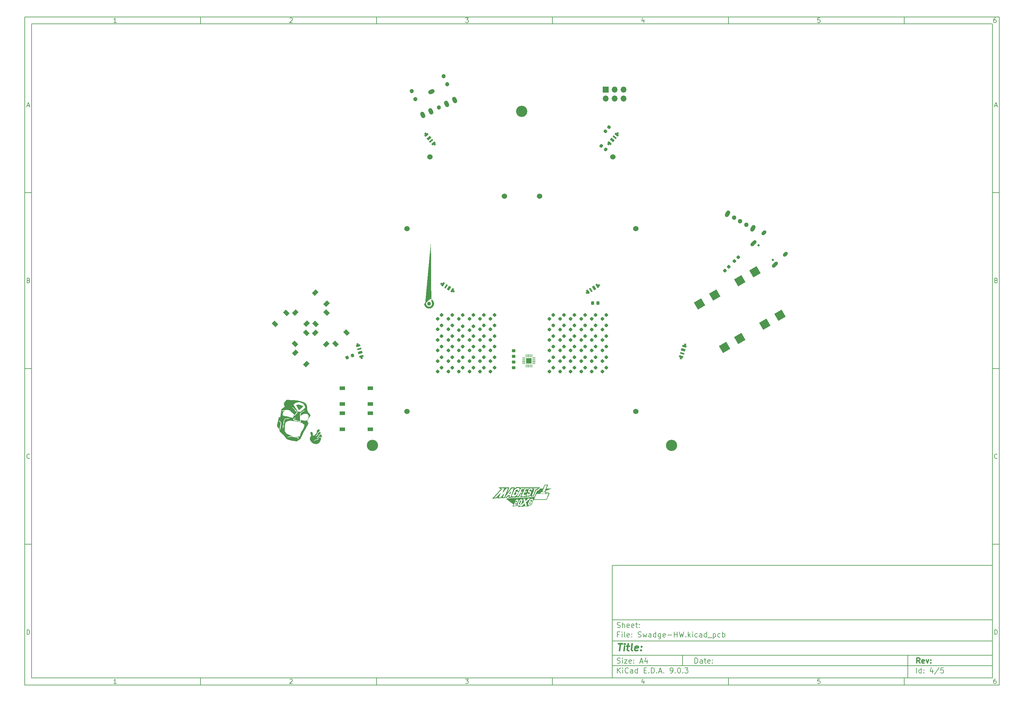
<source format=gbr>
%TF.GenerationSoftware,KiCad,Pcbnew,9.0.3*%
%TF.CreationDate,2025-09-09T18:34:34-04:00*%
%TF.ProjectId,Swadge-HW,53776164-6765-42d4-9857-2e6b69636164,rev?*%
%TF.SameCoordinates,Original*%
%TF.FileFunction,Soldermask,Top*%
%TF.FilePolarity,Negative*%
%FSLAX46Y46*%
G04 Gerber Fmt 4.6, Leading zero omitted, Abs format (unit mm)*
G04 Created by KiCad (PCBNEW 9.0.3) date 2025-09-09 18:34:34*
%MOMM*%
%LPD*%
G01*
G04 APERTURE LIST*
G04 Aperture macros list*
%AMRoundRect*
0 Rectangle with rounded corners*
0 $1 Rounding radius*
0 $2 $3 $4 $5 $6 $7 $8 $9 X,Y pos of 4 corners*
0 Add a 4 corners polygon primitive as box body*
4,1,4,$2,$3,$4,$5,$6,$7,$8,$9,$2,$3,0*
0 Add four circle primitives for the rounded corners*
1,1,$1+$1,$2,$3*
1,1,$1+$1,$4,$5*
1,1,$1+$1,$6,$7*
1,1,$1+$1,$8,$9*
0 Add four rect primitives between the rounded corners*
20,1,$1+$1,$2,$3,$4,$5,0*
20,1,$1+$1,$4,$5,$6,$7,0*
20,1,$1+$1,$6,$7,$8,$9,0*
20,1,$1+$1,$8,$9,$2,$3,0*%
%AMHorizOval*
0 Thick line with rounded ends*
0 $1 width*
0 $2 $3 position (X,Y) of the first rounded end (center of the circle)*
0 $4 $5 position (X,Y) of the second rounded end (center of the circle)*
0 Add line between two ends*
20,1,$1,$2,$3,$4,$5,0*
0 Add two circle primitives to create the rounded ends*
1,1,$1,$2,$3*
1,1,$1,$4,$5*%
%AMRotRect*
0 Rectangle, with rotation*
0 The origin of the aperture is its center*
0 $1 length*
0 $2 width*
0 $3 Rotation angle, in degrees counterclockwise*
0 Add horizontal line*
21,1,$1,$2,0,0,$3*%
%AMFreePoly0*
4,1,72,1.468680,1.357160,1.687374,1.282083,1.890727,1.172033,2.073194,1.030013,2.229797,0.859898,2.356263,0.666326,2.449144,0.454579,2.505906,0.230432,2.525000,0.000000,2.505906,-0.230432,2.449144,-0.454579,2.356263,-0.666326,2.229797,-0.859898,2.073194,-1.030013,1.890727,-1.172033,1.687374,-1.282083,1.468680,-1.357160,1.240611,-1.395218,1.009389,-1.395218,0.781320,-1.357160,
0.562626,-1.282083,0.359273,-1.172033,0.176806,-1.030013,0.020203,-0.859898,-0.106263,-0.666326,-0.199144,-0.454579,-0.255906,-0.230432,-0.275000,0.000000,-0.267597,0.089339,0.275000,0.089339,0.275000,-0.089339,0.312149,-0.264111,0.384824,-0.427341,0.489847,-0.571894,0.622631,-0.691452,0.777370,-0.780791,0.947302,-0.836005,1.125000,-0.854682,1.302698,-0.836005,1.472630,-0.780791,
1.627369,-0.691452,1.760153,-0.571894,1.865176,-0.427341,1.937851,-0.264111,1.975000,-0.089339,1.975000,0.089339,1.937851,0.264111,1.865176,0.427341,1.760153,0.571894,1.627369,0.691452,1.472630,0.780791,1.302698,0.836005,1.125000,0.854682,0.947302,0.836005,0.777370,0.780791,0.622631,0.691452,0.489847,0.571894,0.384824,0.427341,0.312149,0.264111,0.275000,0.089339,
-0.267597,0.089339,-0.255906,0.230432,-0.199144,0.454579,-0.106263,0.666326,0.020203,0.859898,0.176806,1.030013,0.359273,1.172033,0.562626,1.282083,0.781320,1.357160,1.009389,1.395218,1.240611,1.395218,1.468680,1.357160,1.468680,1.357160,$1*%
G04 Aperture macros list end*
%ADD10C,0.100000*%
%ADD11C,0.150000*%
%ADD12C,0.300000*%
%ADD13C,0.400000*%
%ADD14C,0.000000*%
%ADD15RoundRect,0.218750X-0.332287X-0.055689X0.002858X-0.336909X0.332287X0.055689X-0.002858X0.336909X0*%
%ADD16RoundRect,0.218750X0.026517X-0.335876X0.335876X-0.026517X-0.026517X0.335876X-0.335876X0.026517X0*%
%ADD17RotRect,2.300000X2.400000X300.000000*%
%ADD18RoundRect,0.218750X0.256250X-0.218750X0.256250X0.218750X-0.256250X0.218750X-0.256250X-0.218750X0*%
%ADD19RoundRect,0.218750X0.055689X-0.332287X0.336909X0.002858X-0.055689X0.332287X-0.336909X-0.002858X0*%
%ADD20RotRect,1.000000X0.550000X310.000000*%
%ADD21RotRect,0.550000X1.200000X310.000000*%
%ADD22RotRect,0.700000X1.200000X310.000000*%
%ADD23RotRect,0.450000X1.200000X310.000000*%
%ADD24RotRect,1.000000X0.550000X50.000000*%
%ADD25RotRect,0.550000X1.200000X50.000000*%
%ADD26RotRect,0.700000X1.200000X50.000000*%
%ADD27RotRect,0.450000X1.200000X50.000000*%
%ADD28RoundRect,0.218750X0.218750X0.256250X-0.218750X0.256250X-0.218750X-0.256250X0.218750X-0.256250X0*%
%ADD29C,3.200000*%
%ADD30RotRect,1.500000X1.100000X315.000000*%
%ADD31R,1.500000X1.100000*%
%ADD32FreePoly0,0.000000*%
%ADD33C,1.100000*%
%ADD34R,1.700000X1.700000*%
%ADD35O,1.700000X1.700000*%
%ADD36RotRect,1.000000X0.550000X212.000000*%
%ADD37RotRect,0.550000X1.200000X212.000000*%
%ADD38RotRect,0.700000X1.200000X212.000000*%
%ADD39RotRect,0.450000X1.200000X212.000000*%
%ADD40RotRect,1.500000X1.100000X45.000000*%
%ADD41RotRect,1.000000X0.550000X253.000000*%
%ADD42RotRect,0.550000X1.200000X253.000000*%
%ADD43RotRect,0.700000X1.200000X253.000000*%
%ADD44RotRect,0.450000X1.200000X253.000000*%
%ADD45RotRect,1.500000X1.100000X225.000000*%
%ADD46RotRect,1.500000X1.100000X135.000000*%
%ADD47C,1.524000*%
%ADD48RoundRect,0.218750X0.117915X0.315613X-0.293200X0.165979X-0.117915X-0.315613X0.293200X-0.165979X0*%
%ADD49RotRect,1.000000X0.550000X107.000000*%
%ADD50RotRect,0.550000X1.200000X107.000000*%
%ADD51RotRect,0.700000X1.200000X107.000000*%
%ADD52RotRect,0.450000X1.200000X107.000000*%
%ADD53RoundRect,0.050000X0.375000X0.050000X-0.375000X0.050000X-0.375000X-0.050000X0.375000X-0.050000X0*%
%ADD54RoundRect,0.050000X0.050000X0.375000X-0.050000X0.375000X-0.050000X-0.375000X0.050000X-0.375000X0*%
%ADD55R,1.650000X1.650000*%
%ADD56RotRect,1.000000X0.550000X148.000000*%
%ADD57RotRect,0.550000X1.200000X148.000000*%
%ADD58RotRect,0.700000X1.200000X148.000000*%
%ADD59RotRect,0.450000X1.200000X148.000000*%
%ADD60C,0.650000*%
%ADD61HorizOval,1.000000X-0.212132X-0.212132X0.212132X0.212132X0*%
%ADD62HorizOval,1.000000X-0.388909X-0.388909X0.388909X0.388909X0*%
%ADD63C,1.530000*%
%ADD64C,1.300000*%
%ADD65HorizOval,1.200000X-0.200000X-0.346410X0.200000X0.346410X0*%
%ADD66C,1.200000*%
%ADD67HorizOval,1.200000X-0.317208X-0.147916X0.317208X0.147916X0*%
%ADD68HorizOval,1.200000X-0.147916X0.317208X0.147916X-0.317208X0*%
G04 APERTURE END LIST*
D10*
D11*
X177002200Y-166007200D02*
X285002200Y-166007200D01*
X285002200Y-198007200D01*
X177002200Y-198007200D01*
X177002200Y-166007200D01*
D10*
D11*
X10000000Y-10000000D02*
X287002200Y-10000000D01*
X287002200Y-200007200D01*
X10000000Y-200007200D01*
X10000000Y-10000000D01*
D10*
D11*
X12000000Y-12000000D02*
X285002200Y-12000000D01*
X285002200Y-198007200D01*
X12000000Y-198007200D01*
X12000000Y-12000000D01*
D10*
D11*
X60000000Y-12000000D02*
X60000000Y-10000000D01*
D10*
D11*
X110000000Y-12000000D02*
X110000000Y-10000000D01*
D10*
D11*
X160000000Y-12000000D02*
X160000000Y-10000000D01*
D10*
D11*
X210000000Y-12000000D02*
X210000000Y-10000000D01*
D10*
D11*
X260000000Y-12000000D02*
X260000000Y-10000000D01*
D10*
D11*
X36089160Y-11593604D02*
X35346303Y-11593604D01*
X35717731Y-11593604D02*
X35717731Y-10293604D01*
X35717731Y-10293604D02*
X35593922Y-10479319D01*
X35593922Y-10479319D02*
X35470112Y-10603128D01*
X35470112Y-10603128D02*
X35346303Y-10665033D01*
D10*
D11*
X85346303Y-10417414D02*
X85408207Y-10355509D01*
X85408207Y-10355509D02*
X85532017Y-10293604D01*
X85532017Y-10293604D02*
X85841541Y-10293604D01*
X85841541Y-10293604D02*
X85965350Y-10355509D01*
X85965350Y-10355509D02*
X86027255Y-10417414D01*
X86027255Y-10417414D02*
X86089160Y-10541223D01*
X86089160Y-10541223D02*
X86089160Y-10665033D01*
X86089160Y-10665033D02*
X86027255Y-10850747D01*
X86027255Y-10850747D02*
X85284398Y-11593604D01*
X85284398Y-11593604D02*
X86089160Y-11593604D01*
D10*
D11*
X135284398Y-10293604D02*
X136089160Y-10293604D01*
X136089160Y-10293604D02*
X135655826Y-10788842D01*
X135655826Y-10788842D02*
X135841541Y-10788842D01*
X135841541Y-10788842D02*
X135965350Y-10850747D01*
X135965350Y-10850747D02*
X136027255Y-10912652D01*
X136027255Y-10912652D02*
X136089160Y-11036461D01*
X136089160Y-11036461D02*
X136089160Y-11345985D01*
X136089160Y-11345985D02*
X136027255Y-11469795D01*
X136027255Y-11469795D02*
X135965350Y-11531700D01*
X135965350Y-11531700D02*
X135841541Y-11593604D01*
X135841541Y-11593604D02*
X135470112Y-11593604D01*
X135470112Y-11593604D02*
X135346303Y-11531700D01*
X135346303Y-11531700D02*
X135284398Y-11469795D01*
D10*
D11*
X185965350Y-10726938D02*
X185965350Y-11593604D01*
X185655826Y-10231700D02*
X185346303Y-11160271D01*
X185346303Y-11160271D02*
X186151064Y-11160271D01*
D10*
D11*
X236027255Y-10293604D02*
X235408207Y-10293604D01*
X235408207Y-10293604D02*
X235346303Y-10912652D01*
X235346303Y-10912652D02*
X235408207Y-10850747D01*
X235408207Y-10850747D02*
X235532017Y-10788842D01*
X235532017Y-10788842D02*
X235841541Y-10788842D01*
X235841541Y-10788842D02*
X235965350Y-10850747D01*
X235965350Y-10850747D02*
X236027255Y-10912652D01*
X236027255Y-10912652D02*
X236089160Y-11036461D01*
X236089160Y-11036461D02*
X236089160Y-11345985D01*
X236089160Y-11345985D02*
X236027255Y-11469795D01*
X236027255Y-11469795D02*
X235965350Y-11531700D01*
X235965350Y-11531700D02*
X235841541Y-11593604D01*
X235841541Y-11593604D02*
X235532017Y-11593604D01*
X235532017Y-11593604D02*
X235408207Y-11531700D01*
X235408207Y-11531700D02*
X235346303Y-11469795D01*
D10*
D11*
X285965350Y-10293604D02*
X285717731Y-10293604D01*
X285717731Y-10293604D02*
X285593922Y-10355509D01*
X285593922Y-10355509D02*
X285532017Y-10417414D01*
X285532017Y-10417414D02*
X285408207Y-10603128D01*
X285408207Y-10603128D02*
X285346303Y-10850747D01*
X285346303Y-10850747D02*
X285346303Y-11345985D01*
X285346303Y-11345985D02*
X285408207Y-11469795D01*
X285408207Y-11469795D02*
X285470112Y-11531700D01*
X285470112Y-11531700D02*
X285593922Y-11593604D01*
X285593922Y-11593604D02*
X285841541Y-11593604D01*
X285841541Y-11593604D02*
X285965350Y-11531700D01*
X285965350Y-11531700D02*
X286027255Y-11469795D01*
X286027255Y-11469795D02*
X286089160Y-11345985D01*
X286089160Y-11345985D02*
X286089160Y-11036461D01*
X286089160Y-11036461D02*
X286027255Y-10912652D01*
X286027255Y-10912652D02*
X285965350Y-10850747D01*
X285965350Y-10850747D02*
X285841541Y-10788842D01*
X285841541Y-10788842D02*
X285593922Y-10788842D01*
X285593922Y-10788842D02*
X285470112Y-10850747D01*
X285470112Y-10850747D02*
X285408207Y-10912652D01*
X285408207Y-10912652D02*
X285346303Y-11036461D01*
D10*
D11*
X60000000Y-198007200D02*
X60000000Y-200007200D01*
D10*
D11*
X110000000Y-198007200D02*
X110000000Y-200007200D01*
D10*
D11*
X160000000Y-198007200D02*
X160000000Y-200007200D01*
D10*
D11*
X210000000Y-198007200D02*
X210000000Y-200007200D01*
D10*
D11*
X260000000Y-198007200D02*
X260000000Y-200007200D01*
D10*
D11*
X36089160Y-199600804D02*
X35346303Y-199600804D01*
X35717731Y-199600804D02*
X35717731Y-198300804D01*
X35717731Y-198300804D02*
X35593922Y-198486519D01*
X35593922Y-198486519D02*
X35470112Y-198610328D01*
X35470112Y-198610328D02*
X35346303Y-198672233D01*
D10*
D11*
X85346303Y-198424614D02*
X85408207Y-198362709D01*
X85408207Y-198362709D02*
X85532017Y-198300804D01*
X85532017Y-198300804D02*
X85841541Y-198300804D01*
X85841541Y-198300804D02*
X85965350Y-198362709D01*
X85965350Y-198362709D02*
X86027255Y-198424614D01*
X86027255Y-198424614D02*
X86089160Y-198548423D01*
X86089160Y-198548423D02*
X86089160Y-198672233D01*
X86089160Y-198672233D02*
X86027255Y-198857947D01*
X86027255Y-198857947D02*
X85284398Y-199600804D01*
X85284398Y-199600804D02*
X86089160Y-199600804D01*
D10*
D11*
X135284398Y-198300804D02*
X136089160Y-198300804D01*
X136089160Y-198300804D02*
X135655826Y-198796042D01*
X135655826Y-198796042D02*
X135841541Y-198796042D01*
X135841541Y-198796042D02*
X135965350Y-198857947D01*
X135965350Y-198857947D02*
X136027255Y-198919852D01*
X136027255Y-198919852D02*
X136089160Y-199043661D01*
X136089160Y-199043661D02*
X136089160Y-199353185D01*
X136089160Y-199353185D02*
X136027255Y-199476995D01*
X136027255Y-199476995D02*
X135965350Y-199538900D01*
X135965350Y-199538900D02*
X135841541Y-199600804D01*
X135841541Y-199600804D02*
X135470112Y-199600804D01*
X135470112Y-199600804D02*
X135346303Y-199538900D01*
X135346303Y-199538900D02*
X135284398Y-199476995D01*
D10*
D11*
X185965350Y-198734138D02*
X185965350Y-199600804D01*
X185655826Y-198238900D02*
X185346303Y-199167471D01*
X185346303Y-199167471D02*
X186151064Y-199167471D01*
D10*
D11*
X236027255Y-198300804D02*
X235408207Y-198300804D01*
X235408207Y-198300804D02*
X235346303Y-198919852D01*
X235346303Y-198919852D02*
X235408207Y-198857947D01*
X235408207Y-198857947D02*
X235532017Y-198796042D01*
X235532017Y-198796042D02*
X235841541Y-198796042D01*
X235841541Y-198796042D02*
X235965350Y-198857947D01*
X235965350Y-198857947D02*
X236027255Y-198919852D01*
X236027255Y-198919852D02*
X236089160Y-199043661D01*
X236089160Y-199043661D02*
X236089160Y-199353185D01*
X236089160Y-199353185D02*
X236027255Y-199476995D01*
X236027255Y-199476995D02*
X235965350Y-199538900D01*
X235965350Y-199538900D02*
X235841541Y-199600804D01*
X235841541Y-199600804D02*
X235532017Y-199600804D01*
X235532017Y-199600804D02*
X235408207Y-199538900D01*
X235408207Y-199538900D02*
X235346303Y-199476995D01*
D10*
D11*
X285965350Y-198300804D02*
X285717731Y-198300804D01*
X285717731Y-198300804D02*
X285593922Y-198362709D01*
X285593922Y-198362709D02*
X285532017Y-198424614D01*
X285532017Y-198424614D02*
X285408207Y-198610328D01*
X285408207Y-198610328D02*
X285346303Y-198857947D01*
X285346303Y-198857947D02*
X285346303Y-199353185D01*
X285346303Y-199353185D02*
X285408207Y-199476995D01*
X285408207Y-199476995D02*
X285470112Y-199538900D01*
X285470112Y-199538900D02*
X285593922Y-199600804D01*
X285593922Y-199600804D02*
X285841541Y-199600804D01*
X285841541Y-199600804D02*
X285965350Y-199538900D01*
X285965350Y-199538900D02*
X286027255Y-199476995D01*
X286027255Y-199476995D02*
X286089160Y-199353185D01*
X286089160Y-199353185D02*
X286089160Y-199043661D01*
X286089160Y-199043661D02*
X286027255Y-198919852D01*
X286027255Y-198919852D02*
X285965350Y-198857947D01*
X285965350Y-198857947D02*
X285841541Y-198796042D01*
X285841541Y-198796042D02*
X285593922Y-198796042D01*
X285593922Y-198796042D02*
X285470112Y-198857947D01*
X285470112Y-198857947D02*
X285408207Y-198919852D01*
X285408207Y-198919852D02*
X285346303Y-199043661D01*
D10*
D11*
X10000000Y-60000000D02*
X12000000Y-60000000D01*
D10*
D11*
X10000000Y-110000000D02*
X12000000Y-110000000D01*
D10*
D11*
X10000000Y-160000000D02*
X12000000Y-160000000D01*
D10*
D11*
X10690476Y-35222176D02*
X11309523Y-35222176D01*
X10566666Y-35593604D02*
X10999999Y-34293604D01*
X10999999Y-34293604D02*
X11433333Y-35593604D01*
D10*
D11*
X11092857Y-84912652D02*
X11278571Y-84974557D01*
X11278571Y-84974557D02*
X11340476Y-85036461D01*
X11340476Y-85036461D02*
X11402380Y-85160271D01*
X11402380Y-85160271D02*
X11402380Y-85345985D01*
X11402380Y-85345985D02*
X11340476Y-85469795D01*
X11340476Y-85469795D02*
X11278571Y-85531700D01*
X11278571Y-85531700D02*
X11154761Y-85593604D01*
X11154761Y-85593604D02*
X10659523Y-85593604D01*
X10659523Y-85593604D02*
X10659523Y-84293604D01*
X10659523Y-84293604D02*
X11092857Y-84293604D01*
X11092857Y-84293604D02*
X11216666Y-84355509D01*
X11216666Y-84355509D02*
X11278571Y-84417414D01*
X11278571Y-84417414D02*
X11340476Y-84541223D01*
X11340476Y-84541223D02*
X11340476Y-84665033D01*
X11340476Y-84665033D02*
X11278571Y-84788842D01*
X11278571Y-84788842D02*
X11216666Y-84850747D01*
X11216666Y-84850747D02*
X11092857Y-84912652D01*
X11092857Y-84912652D02*
X10659523Y-84912652D01*
D10*
D11*
X11402380Y-135469795D02*
X11340476Y-135531700D01*
X11340476Y-135531700D02*
X11154761Y-135593604D01*
X11154761Y-135593604D02*
X11030952Y-135593604D01*
X11030952Y-135593604D02*
X10845238Y-135531700D01*
X10845238Y-135531700D02*
X10721428Y-135407890D01*
X10721428Y-135407890D02*
X10659523Y-135284080D01*
X10659523Y-135284080D02*
X10597619Y-135036461D01*
X10597619Y-135036461D02*
X10597619Y-134850747D01*
X10597619Y-134850747D02*
X10659523Y-134603128D01*
X10659523Y-134603128D02*
X10721428Y-134479319D01*
X10721428Y-134479319D02*
X10845238Y-134355509D01*
X10845238Y-134355509D02*
X11030952Y-134293604D01*
X11030952Y-134293604D02*
X11154761Y-134293604D01*
X11154761Y-134293604D02*
X11340476Y-134355509D01*
X11340476Y-134355509D02*
X11402380Y-134417414D01*
D10*
D11*
X10659523Y-185593604D02*
X10659523Y-184293604D01*
X10659523Y-184293604D02*
X10969047Y-184293604D01*
X10969047Y-184293604D02*
X11154761Y-184355509D01*
X11154761Y-184355509D02*
X11278571Y-184479319D01*
X11278571Y-184479319D02*
X11340476Y-184603128D01*
X11340476Y-184603128D02*
X11402380Y-184850747D01*
X11402380Y-184850747D02*
X11402380Y-185036461D01*
X11402380Y-185036461D02*
X11340476Y-185284080D01*
X11340476Y-185284080D02*
X11278571Y-185407890D01*
X11278571Y-185407890D02*
X11154761Y-185531700D01*
X11154761Y-185531700D02*
X10969047Y-185593604D01*
X10969047Y-185593604D02*
X10659523Y-185593604D01*
D10*
D11*
X287002200Y-60000000D02*
X285002200Y-60000000D01*
D10*
D11*
X287002200Y-110000000D02*
X285002200Y-110000000D01*
D10*
D11*
X287002200Y-160000000D02*
X285002200Y-160000000D01*
D10*
D11*
X285692676Y-35222176D02*
X286311723Y-35222176D01*
X285568866Y-35593604D02*
X286002199Y-34293604D01*
X286002199Y-34293604D02*
X286435533Y-35593604D01*
D10*
D11*
X286095057Y-84912652D02*
X286280771Y-84974557D01*
X286280771Y-84974557D02*
X286342676Y-85036461D01*
X286342676Y-85036461D02*
X286404580Y-85160271D01*
X286404580Y-85160271D02*
X286404580Y-85345985D01*
X286404580Y-85345985D02*
X286342676Y-85469795D01*
X286342676Y-85469795D02*
X286280771Y-85531700D01*
X286280771Y-85531700D02*
X286156961Y-85593604D01*
X286156961Y-85593604D02*
X285661723Y-85593604D01*
X285661723Y-85593604D02*
X285661723Y-84293604D01*
X285661723Y-84293604D02*
X286095057Y-84293604D01*
X286095057Y-84293604D02*
X286218866Y-84355509D01*
X286218866Y-84355509D02*
X286280771Y-84417414D01*
X286280771Y-84417414D02*
X286342676Y-84541223D01*
X286342676Y-84541223D02*
X286342676Y-84665033D01*
X286342676Y-84665033D02*
X286280771Y-84788842D01*
X286280771Y-84788842D02*
X286218866Y-84850747D01*
X286218866Y-84850747D02*
X286095057Y-84912652D01*
X286095057Y-84912652D02*
X285661723Y-84912652D01*
D10*
D11*
X286404580Y-135469795D02*
X286342676Y-135531700D01*
X286342676Y-135531700D02*
X286156961Y-135593604D01*
X286156961Y-135593604D02*
X286033152Y-135593604D01*
X286033152Y-135593604D02*
X285847438Y-135531700D01*
X285847438Y-135531700D02*
X285723628Y-135407890D01*
X285723628Y-135407890D02*
X285661723Y-135284080D01*
X285661723Y-135284080D02*
X285599819Y-135036461D01*
X285599819Y-135036461D02*
X285599819Y-134850747D01*
X285599819Y-134850747D02*
X285661723Y-134603128D01*
X285661723Y-134603128D02*
X285723628Y-134479319D01*
X285723628Y-134479319D02*
X285847438Y-134355509D01*
X285847438Y-134355509D02*
X286033152Y-134293604D01*
X286033152Y-134293604D02*
X286156961Y-134293604D01*
X286156961Y-134293604D02*
X286342676Y-134355509D01*
X286342676Y-134355509D02*
X286404580Y-134417414D01*
D10*
D11*
X285661723Y-185593604D02*
X285661723Y-184293604D01*
X285661723Y-184293604D02*
X285971247Y-184293604D01*
X285971247Y-184293604D02*
X286156961Y-184355509D01*
X286156961Y-184355509D02*
X286280771Y-184479319D01*
X286280771Y-184479319D02*
X286342676Y-184603128D01*
X286342676Y-184603128D02*
X286404580Y-184850747D01*
X286404580Y-184850747D02*
X286404580Y-185036461D01*
X286404580Y-185036461D02*
X286342676Y-185284080D01*
X286342676Y-185284080D02*
X286280771Y-185407890D01*
X286280771Y-185407890D02*
X286156961Y-185531700D01*
X286156961Y-185531700D02*
X285971247Y-185593604D01*
X285971247Y-185593604D02*
X285661723Y-185593604D01*
D10*
D11*
X200458026Y-193793328D02*
X200458026Y-192293328D01*
X200458026Y-192293328D02*
X200815169Y-192293328D01*
X200815169Y-192293328D02*
X201029455Y-192364757D01*
X201029455Y-192364757D02*
X201172312Y-192507614D01*
X201172312Y-192507614D02*
X201243741Y-192650471D01*
X201243741Y-192650471D02*
X201315169Y-192936185D01*
X201315169Y-192936185D02*
X201315169Y-193150471D01*
X201315169Y-193150471D02*
X201243741Y-193436185D01*
X201243741Y-193436185D02*
X201172312Y-193579042D01*
X201172312Y-193579042D02*
X201029455Y-193721900D01*
X201029455Y-193721900D02*
X200815169Y-193793328D01*
X200815169Y-193793328D02*
X200458026Y-193793328D01*
X202600884Y-193793328D02*
X202600884Y-193007614D01*
X202600884Y-193007614D02*
X202529455Y-192864757D01*
X202529455Y-192864757D02*
X202386598Y-192793328D01*
X202386598Y-192793328D02*
X202100884Y-192793328D01*
X202100884Y-192793328D02*
X201958026Y-192864757D01*
X202600884Y-193721900D02*
X202458026Y-193793328D01*
X202458026Y-193793328D02*
X202100884Y-193793328D01*
X202100884Y-193793328D02*
X201958026Y-193721900D01*
X201958026Y-193721900D02*
X201886598Y-193579042D01*
X201886598Y-193579042D02*
X201886598Y-193436185D01*
X201886598Y-193436185D02*
X201958026Y-193293328D01*
X201958026Y-193293328D02*
X202100884Y-193221900D01*
X202100884Y-193221900D02*
X202458026Y-193221900D01*
X202458026Y-193221900D02*
X202600884Y-193150471D01*
X203100884Y-192793328D02*
X203672312Y-192793328D01*
X203315169Y-192293328D02*
X203315169Y-193579042D01*
X203315169Y-193579042D02*
X203386598Y-193721900D01*
X203386598Y-193721900D02*
X203529455Y-193793328D01*
X203529455Y-193793328D02*
X203672312Y-193793328D01*
X204743741Y-193721900D02*
X204600884Y-193793328D01*
X204600884Y-193793328D02*
X204315170Y-193793328D01*
X204315170Y-193793328D02*
X204172312Y-193721900D01*
X204172312Y-193721900D02*
X204100884Y-193579042D01*
X204100884Y-193579042D02*
X204100884Y-193007614D01*
X204100884Y-193007614D02*
X204172312Y-192864757D01*
X204172312Y-192864757D02*
X204315170Y-192793328D01*
X204315170Y-192793328D02*
X204600884Y-192793328D01*
X204600884Y-192793328D02*
X204743741Y-192864757D01*
X204743741Y-192864757D02*
X204815170Y-193007614D01*
X204815170Y-193007614D02*
X204815170Y-193150471D01*
X204815170Y-193150471D02*
X204100884Y-193293328D01*
X205458026Y-193650471D02*
X205529455Y-193721900D01*
X205529455Y-193721900D02*
X205458026Y-193793328D01*
X205458026Y-193793328D02*
X205386598Y-193721900D01*
X205386598Y-193721900D02*
X205458026Y-193650471D01*
X205458026Y-193650471D02*
X205458026Y-193793328D01*
X205458026Y-192864757D02*
X205529455Y-192936185D01*
X205529455Y-192936185D02*
X205458026Y-193007614D01*
X205458026Y-193007614D02*
X205386598Y-192936185D01*
X205386598Y-192936185D02*
X205458026Y-192864757D01*
X205458026Y-192864757D02*
X205458026Y-193007614D01*
D10*
D11*
X177002200Y-194507200D02*
X285002200Y-194507200D01*
D10*
D11*
X178458026Y-196593328D02*
X178458026Y-195093328D01*
X179315169Y-196593328D02*
X178672312Y-195736185D01*
X179315169Y-195093328D02*
X178458026Y-195950471D01*
X179958026Y-196593328D02*
X179958026Y-195593328D01*
X179958026Y-195093328D02*
X179886598Y-195164757D01*
X179886598Y-195164757D02*
X179958026Y-195236185D01*
X179958026Y-195236185D02*
X180029455Y-195164757D01*
X180029455Y-195164757D02*
X179958026Y-195093328D01*
X179958026Y-195093328D02*
X179958026Y-195236185D01*
X181529455Y-196450471D02*
X181458027Y-196521900D01*
X181458027Y-196521900D02*
X181243741Y-196593328D01*
X181243741Y-196593328D02*
X181100884Y-196593328D01*
X181100884Y-196593328D02*
X180886598Y-196521900D01*
X180886598Y-196521900D02*
X180743741Y-196379042D01*
X180743741Y-196379042D02*
X180672312Y-196236185D01*
X180672312Y-196236185D02*
X180600884Y-195950471D01*
X180600884Y-195950471D02*
X180600884Y-195736185D01*
X180600884Y-195736185D02*
X180672312Y-195450471D01*
X180672312Y-195450471D02*
X180743741Y-195307614D01*
X180743741Y-195307614D02*
X180886598Y-195164757D01*
X180886598Y-195164757D02*
X181100884Y-195093328D01*
X181100884Y-195093328D02*
X181243741Y-195093328D01*
X181243741Y-195093328D02*
X181458027Y-195164757D01*
X181458027Y-195164757D02*
X181529455Y-195236185D01*
X182815170Y-196593328D02*
X182815170Y-195807614D01*
X182815170Y-195807614D02*
X182743741Y-195664757D01*
X182743741Y-195664757D02*
X182600884Y-195593328D01*
X182600884Y-195593328D02*
X182315170Y-195593328D01*
X182315170Y-195593328D02*
X182172312Y-195664757D01*
X182815170Y-196521900D02*
X182672312Y-196593328D01*
X182672312Y-196593328D02*
X182315170Y-196593328D01*
X182315170Y-196593328D02*
X182172312Y-196521900D01*
X182172312Y-196521900D02*
X182100884Y-196379042D01*
X182100884Y-196379042D02*
X182100884Y-196236185D01*
X182100884Y-196236185D02*
X182172312Y-196093328D01*
X182172312Y-196093328D02*
X182315170Y-196021900D01*
X182315170Y-196021900D02*
X182672312Y-196021900D01*
X182672312Y-196021900D02*
X182815170Y-195950471D01*
X184172313Y-196593328D02*
X184172313Y-195093328D01*
X184172313Y-196521900D02*
X184029455Y-196593328D01*
X184029455Y-196593328D02*
X183743741Y-196593328D01*
X183743741Y-196593328D02*
X183600884Y-196521900D01*
X183600884Y-196521900D02*
X183529455Y-196450471D01*
X183529455Y-196450471D02*
X183458027Y-196307614D01*
X183458027Y-196307614D02*
X183458027Y-195879042D01*
X183458027Y-195879042D02*
X183529455Y-195736185D01*
X183529455Y-195736185D02*
X183600884Y-195664757D01*
X183600884Y-195664757D02*
X183743741Y-195593328D01*
X183743741Y-195593328D02*
X184029455Y-195593328D01*
X184029455Y-195593328D02*
X184172313Y-195664757D01*
X186029455Y-195807614D02*
X186529455Y-195807614D01*
X186743741Y-196593328D02*
X186029455Y-196593328D01*
X186029455Y-196593328D02*
X186029455Y-195093328D01*
X186029455Y-195093328D02*
X186743741Y-195093328D01*
X187386598Y-196450471D02*
X187458027Y-196521900D01*
X187458027Y-196521900D02*
X187386598Y-196593328D01*
X187386598Y-196593328D02*
X187315170Y-196521900D01*
X187315170Y-196521900D02*
X187386598Y-196450471D01*
X187386598Y-196450471D02*
X187386598Y-196593328D01*
X188100884Y-196593328D02*
X188100884Y-195093328D01*
X188100884Y-195093328D02*
X188458027Y-195093328D01*
X188458027Y-195093328D02*
X188672313Y-195164757D01*
X188672313Y-195164757D02*
X188815170Y-195307614D01*
X188815170Y-195307614D02*
X188886599Y-195450471D01*
X188886599Y-195450471D02*
X188958027Y-195736185D01*
X188958027Y-195736185D02*
X188958027Y-195950471D01*
X188958027Y-195950471D02*
X188886599Y-196236185D01*
X188886599Y-196236185D02*
X188815170Y-196379042D01*
X188815170Y-196379042D02*
X188672313Y-196521900D01*
X188672313Y-196521900D02*
X188458027Y-196593328D01*
X188458027Y-196593328D02*
X188100884Y-196593328D01*
X189600884Y-196450471D02*
X189672313Y-196521900D01*
X189672313Y-196521900D02*
X189600884Y-196593328D01*
X189600884Y-196593328D02*
X189529456Y-196521900D01*
X189529456Y-196521900D02*
X189600884Y-196450471D01*
X189600884Y-196450471D02*
X189600884Y-196593328D01*
X190243742Y-196164757D02*
X190958028Y-196164757D01*
X190100885Y-196593328D02*
X190600885Y-195093328D01*
X190600885Y-195093328D02*
X191100885Y-196593328D01*
X191600884Y-196450471D02*
X191672313Y-196521900D01*
X191672313Y-196521900D02*
X191600884Y-196593328D01*
X191600884Y-196593328D02*
X191529456Y-196521900D01*
X191529456Y-196521900D02*
X191600884Y-196450471D01*
X191600884Y-196450471D02*
X191600884Y-196593328D01*
X193529456Y-196593328D02*
X193815170Y-196593328D01*
X193815170Y-196593328D02*
X193958027Y-196521900D01*
X193958027Y-196521900D02*
X194029456Y-196450471D01*
X194029456Y-196450471D02*
X194172313Y-196236185D01*
X194172313Y-196236185D02*
X194243742Y-195950471D01*
X194243742Y-195950471D02*
X194243742Y-195379042D01*
X194243742Y-195379042D02*
X194172313Y-195236185D01*
X194172313Y-195236185D02*
X194100885Y-195164757D01*
X194100885Y-195164757D02*
X193958027Y-195093328D01*
X193958027Y-195093328D02*
X193672313Y-195093328D01*
X193672313Y-195093328D02*
X193529456Y-195164757D01*
X193529456Y-195164757D02*
X193458027Y-195236185D01*
X193458027Y-195236185D02*
X193386599Y-195379042D01*
X193386599Y-195379042D02*
X193386599Y-195736185D01*
X193386599Y-195736185D02*
X193458027Y-195879042D01*
X193458027Y-195879042D02*
X193529456Y-195950471D01*
X193529456Y-195950471D02*
X193672313Y-196021900D01*
X193672313Y-196021900D02*
X193958027Y-196021900D01*
X193958027Y-196021900D02*
X194100885Y-195950471D01*
X194100885Y-195950471D02*
X194172313Y-195879042D01*
X194172313Y-195879042D02*
X194243742Y-195736185D01*
X194886598Y-196450471D02*
X194958027Y-196521900D01*
X194958027Y-196521900D02*
X194886598Y-196593328D01*
X194886598Y-196593328D02*
X194815170Y-196521900D01*
X194815170Y-196521900D02*
X194886598Y-196450471D01*
X194886598Y-196450471D02*
X194886598Y-196593328D01*
X195886599Y-195093328D02*
X196029456Y-195093328D01*
X196029456Y-195093328D02*
X196172313Y-195164757D01*
X196172313Y-195164757D02*
X196243742Y-195236185D01*
X196243742Y-195236185D02*
X196315170Y-195379042D01*
X196315170Y-195379042D02*
X196386599Y-195664757D01*
X196386599Y-195664757D02*
X196386599Y-196021900D01*
X196386599Y-196021900D02*
X196315170Y-196307614D01*
X196315170Y-196307614D02*
X196243742Y-196450471D01*
X196243742Y-196450471D02*
X196172313Y-196521900D01*
X196172313Y-196521900D02*
X196029456Y-196593328D01*
X196029456Y-196593328D02*
X195886599Y-196593328D01*
X195886599Y-196593328D02*
X195743742Y-196521900D01*
X195743742Y-196521900D02*
X195672313Y-196450471D01*
X195672313Y-196450471D02*
X195600884Y-196307614D01*
X195600884Y-196307614D02*
X195529456Y-196021900D01*
X195529456Y-196021900D02*
X195529456Y-195664757D01*
X195529456Y-195664757D02*
X195600884Y-195379042D01*
X195600884Y-195379042D02*
X195672313Y-195236185D01*
X195672313Y-195236185D02*
X195743742Y-195164757D01*
X195743742Y-195164757D02*
X195886599Y-195093328D01*
X197029455Y-196450471D02*
X197100884Y-196521900D01*
X197100884Y-196521900D02*
X197029455Y-196593328D01*
X197029455Y-196593328D02*
X196958027Y-196521900D01*
X196958027Y-196521900D02*
X197029455Y-196450471D01*
X197029455Y-196450471D02*
X197029455Y-196593328D01*
X197600884Y-195093328D02*
X198529456Y-195093328D01*
X198529456Y-195093328D02*
X198029456Y-195664757D01*
X198029456Y-195664757D02*
X198243741Y-195664757D01*
X198243741Y-195664757D02*
X198386599Y-195736185D01*
X198386599Y-195736185D02*
X198458027Y-195807614D01*
X198458027Y-195807614D02*
X198529456Y-195950471D01*
X198529456Y-195950471D02*
X198529456Y-196307614D01*
X198529456Y-196307614D02*
X198458027Y-196450471D01*
X198458027Y-196450471D02*
X198386599Y-196521900D01*
X198386599Y-196521900D02*
X198243741Y-196593328D01*
X198243741Y-196593328D02*
X197815170Y-196593328D01*
X197815170Y-196593328D02*
X197672313Y-196521900D01*
X197672313Y-196521900D02*
X197600884Y-196450471D01*
D10*
D11*
X177002200Y-191507200D02*
X285002200Y-191507200D01*
D10*
D12*
X264413853Y-193785528D02*
X263913853Y-193071242D01*
X263556710Y-193785528D02*
X263556710Y-192285528D01*
X263556710Y-192285528D02*
X264128139Y-192285528D01*
X264128139Y-192285528D02*
X264270996Y-192356957D01*
X264270996Y-192356957D02*
X264342425Y-192428385D01*
X264342425Y-192428385D02*
X264413853Y-192571242D01*
X264413853Y-192571242D02*
X264413853Y-192785528D01*
X264413853Y-192785528D02*
X264342425Y-192928385D01*
X264342425Y-192928385D02*
X264270996Y-192999814D01*
X264270996Y-192999814D02*
X264128139Y-193071242D01*
X264128139Y-193071242D02*
X263556710Y-193071242D01*
X265628139Y-193714100D02*
X265485282Y-193785528D01*
X265485282Y-193785528D02*
X265199568Y-193785528D01*
X265199568Y-193785528D02*
X265056710Y-193714100D01*
X265056710Y-193714100D02*
X264985282Y-193571242D01*
X264985282Y-193571242D02*
X264985282Y-192999814D01*
X264985282Y-192999814D02*
X265056710Y-192856957D01*
X265056710Y-192856957D02*
X265199568Y-192785528D01*
X265199568Y-192785528D02*
X265485282Y-192785528D01*
X265485282Y-192785528D02*
X265628139Y-192856957D01*
X265628139Y-192856957D02*
X265699568Y-192999814D01*
X265699568Y-192999814D02*
X265699568Y-193142671D01*
X265699568Y-193142671D02*
X264985282Y-193285528D01*
X266199567Y-192785528D02*
X266556710Y-193785528D01*
X266556710Y-193785528D02*
X266913853Y-192785528D01*
X267485281Y-193642671D02*
X267556710Y-193714100D01*
X267556710Y-193714100D02*
X267485281Y-193785528D01*
X267485281Y-193785528D02*
X267413853Y-193714100D01*
X267413853Y-193714100D02*
X267485281Y-193642671D01*
X267485281Y-193642671D02*
X267485281Y-193785528D01*
X267485281Y-192856957D02*
X267556710Y-192928385D01*
X267556710Y-192928385D02*
X267485281Y-192999814D01*
X267485281Y-192999814D02*
X267413853Y-192928385D01*
X267413853Y-192928385D02*
X267485281Y-192856957D01*
X267485281Y-192856957D02*
X267485281Y-192999814D01*
D10*
D11*
X178386598Y-193721900D02*
X178600884Y-193793328D01*
X178600884Y-193793328D02*
X178958026Y-193793328D01*
X178958026Y-193793328D02*
X179100884Y-193721900D01*
X179100884Y-193721900D02*
X179172312Y-193650471D01*
X179172312Y-193650471D02*
X179243741Y-193507614D01*
X179243741Y-193507614D02*
X179243741Y-193364757D01*
X179243741Y-193364757D02*
X179172312Y-193221900D01*
X179172312Y-193221900D02*
X179100884Y-193150471D01*
X179100884Y-193150471D02*
X178958026Y-193079042D01*
X178958026Y-193079042D02*
X178672312Y-193007614D01*
X178672312Y-193007614D02*
X178529455Y-192936185D01*
X178529455Y-192936185D02*
X178458026Y-192864757D01*
X178458026Y-192864757D02*
X178386598Y-192721900D01*
X178386598Y-192721900D02*
X178386598Y-192579042D01*
X178386598Y-192579042D02*
X178458026Y-192436185D01*
X178458026Y-192436185D02*
X178529455Y-192364757D01*
X178529455Y-192364757D02*
X178672312Y-192293328D01*
X178672312Y-192293328D02*
X179029455Y-192293328D01*
X179029455Y-192293328D02*
X179243741Y-192364757D01*
X179886597Y-193793328D02*
X179886597Y-192793328D01*
X179886597Y-192293328D02*
X179815169Y-192364757D01*
X179815169Y-192364757D02*
X179886597Y-192436185D01*
X179886597Y-192436185D02*
X179958026Y-192364757D01*
X179958026Y-192364757D02*
X179886597Y-192293328D01*
X179886597Y-192293328D02*
X179886597Y-192436185D01*
X180458026Y-192793328D02*
X181243741Y-192793328D01*
X181243741Y-192793328D02*
X180458026Y-193793328D01*
X180458026Y-193793328D02*
X181243741Y-193793328D01*
X182386598Y-193721900D02*
X182243741Y-193793328D01*
X182243741Y-193793328D02*
X181958027Y-193793328D01*
X181958027Y-193793328D02*
X181815169Y-193721900D01*
X181815169Y-193721900D02*
X181743741Y-193579042D01*
X181743741Y-193579042D02*
X181743741Y-193007614D01*
X181743741Y-193007614D02*
X181815169Y-192864757D01*
X181815169Y-192864757D02*
X181958027Y-192793328D01*
X181958027Y-192793328D02*
X182243741Y-192793328D01*
X182243741Y-192793328D02*
X182386598Y-192864757D01*
X182386598Y-192864757D02*
X182458027Y-193007614D01*
X182458027Y-193007614D02*
X182458027Y-193150471D01*
X182458027Y-193150471D02*
X181743741Y-193293328D01*
X183100883Y-193650471D02*
X183172312Y-193721900D01*
X183172312Y-193721900D02*
X183100883Y-193793328D01*
X183100883Y-193793328D02*
X183029455Y-193721900D01*
X183029455Y-193721900D02*
X183100883Y-193650471D01*
X183100883Y-193650471D02*
X183100883Y-193793328D01*
X183100883Y-192864757D02*
X183172312Y-192936185D01*
X183172312Y-192936185D02*
X183100883Y-193007614D01*
X183100883Y-193007614D02*
X183029455Y-192936185D01*
X183029455Y-192936185D02*
X183100883Y-192864757D01*
X183100883Y-192864757D02*
X183100883Y-193007614D01*
X184886598Y-193364757D02*
X185600884Y-193364757D01*
X184743741Y-193793328D02*
X185243741Y-192293328D01*
X185243741Y-192293328D02*
X185743741Y-193793328D01*
X186886598Y-192793328D02*
X186886598Y-193793328D01*
X186529455Y-192221900D02*
X186172312Y-193293328D01*
X186172312Y-193293328D02*
X187100883Y-193293328D01*
D10*
D11*
X263458026Y-196593328D02*
X263458026Y-195093328D01*
X264815170Y-196593328D02*
X264815170Y-195093328D01*
X264815170Y-196521900D02*
X264672312Y-196593328D01*
X264672312Y-196593328D02*
X264386598Y-196593328D01*
X264386598Y-196593328D02*
X264243741Y-196521900D01*
X264243741Y-196521900D02*
X264172312Y-196450471D01*
X264172312Y-196450471D02*
X264100884Y-196307614D01*
X264100884Y-196307614D02*
X264100884Y-195879042D01*
X264100884Y-195879042D02*
X264172312Y-195736185D01*
X264172312Y-195736185D02*
X264243741Y-195664757D01*
X264243741Y-195664757D02*
X264386598Y-195593328D01*
X264386598Y-195593328D02*
X264672312Y-195593328D01*
X264672312Y-195593328D02*
X264815170Y-195664757D01*
X265529455Y-196450471D02*
X265600884Y-196521900D01*
X265600884Y-196521900D02*
X265529455Y-196593328D01*
X265529455Y-196593328D02*
X265458027Y-196521900D01*
X265458027Y-196521900D02*
X265529455Y-196450471D01*
X265529455Y-196450471D02*
X265529455Y-196593328D01*
X265529455Y-195664757D02*
X265600884Y-195736185D01*
X265600884Y-195736185D02*
X265529455Y-195807614D01*
X265529455Y-195807614D02*
X265458027Y-195736185D01*
X265458027Y-195736185D02*
X265529455Y-195664757D01*
X265529455Y-195664757D02*
X265529455Y-195807614D01*
X268029456Y-195593328D02*
X268029456Y-196593328D01*
X267672313Y-195021900D02*
X267315170Y-196093328D01*
X267315170Y-196093328D02*
X268243741Y-196093328D01*
X269886598Y-195021900D02*
X268600884Y-196950471D01*
X271100884Y-195093328D02*
X270386598Y-195093328D01*
X270386598Y-195093328D02*
X270315170Y-195807614D01*
X270315170Y-195807614D02*
X270386598Y-195736185D01*
X270386598Y-195736185D02*
X270529456Y-195664757D01*
X270529456Y-195664757D02*
X270886598Y-195664757D01*
X270886598Y-195664757D02*
X271029456Y-195736185D01*
X271029456Y-195736185D02*
X271100884Y-195807614D01*
X271100884Y-195807614D02*
X271172313Y-195950471D01*
X271172313Y-195950471D02*
X271172313Y-196307614D01*
X271172313Y-196307614D02*
X271100884Y-196450471D01*
X271100884Y-196450471D02*
X271029456Y-196521900D01*
X271029456Y-196521900D02*
X270886598Y-196593328D01*
X270886598Y-196593328D02*
X270529456Y-196593328D01*
X270529456Y-196593328D02*
X270386598Y-196521900D01*
X270386598Y-196521900D02*
X270315170Y-196450471D01*
D10*
D11*
X177002200Y-187507200D02*
X285002200Y-187507200D01*
D10*
D13*
X178693928Y-188211638D02*
X179836785Y-188211638D01*
X179015357Y-190211638D02*
X179265357Y-188211638D01*
X180253452Y-190211638D02*
X180420119Y-188878304D01*
X180503452Y-188211638D02*
X180396309Y-188306876D01*
X180396309Y-188306876D02*
X180479643Y-188402114D01*
X180479643Y-188402114D02*
X180586786Y-188306876D01*
X180586786Y-188306876D02*
X180503452Y-188211638D01*
X180503452Y-188211638D02*
X180479643Y-188402114D01*
X181086786Y-188878304D02*
X181848690Y-188878304D01*
X181455833Y-188211638D02*
X181241548Y-189925923D01*
X181241548Y-189925923D02*
X181312976Y-190116400D01*
X181312976Y-190116400D02*
X181491548Y-190211638D01*
X181491548Y-190211638D02*
X181682024Y-190211638D01*
X182634405Y-190211638D02*
X182455833Y-190116400D01*
X182455833Y-190116400D02*
X182384405Y-189925923D01*
X182384405Y-189925923D02*
X182598690Y-188211638D01*
X184170119Y-190116400D02*
X183967738Y-190211638D01*
X183967738Y-190211638D02*
X183586785Y-190211638D01*
X183586785Y-190211638D02*
X183408214Y-190116400D01*
X183408214Y-190116400D02*
X183336785Y-189925923D01*
X183336785Y-189925923D02*
X183432024Y-189164019D01*
X183432024Y-189164019D02*
X183551071Y-188973542D01*
X183551071Y-188973542D02*
X183753452Y-188878304D01*
X183753452Y-188878304D02*
X184134404Y-188878304D01*
X184134404Y-188878304D02*
X184312976Y-188973542D01*
X184312976Y-188973542D02*
X184384404Y-189164019D01*
X184384404Y-189164019D02*
X184360595Y-189354495D01*
X184360595Y-189354495D02*
X183384404Y-189544971D01*
X185134405Y-190021161D02*
X185217738Y-190116400D01*
X185217738Y-190116400D02*
X185110595Y-190211638D01*
X185110595Y-190211638D02*
X185027262Y-190116400D01*
X185027262Y-190116400D02*
X185134405Y-190021161D01*
X185134405Y-190021161D02*
X185110595Y-190211638D01*
X185265357Y-188973542D02*
X185348690Y-189068780D01*
X185348690Y-189068780D02*
X185241548Y-189164019D01*
X185241548Y-189164019D02*
X185158214Y-189068780D01*
X185158214Y-189068780D02*
X185265357Y-188973542D01*
X185265357Y-188973542D02*
X185241548Y-189164019D01*
D10*
D11*
X178958026Y-185607614D02*
X178458026Y-185607614D01*
X178458026Y-186393328D02*
X178458026Y-184893328D01*
X178458026Y-184893328D02*
X179172312Y-184893328D01*
X179743740Y-186393328D02*
X179743740Y-185393328D01*
X179743740Y-184893328D02*
X179672312Y-184964757D01*
X179672312Y-184964757D02*
X179743740Y-185036185D01*
X179743740Y-185036185D02*
X179815169Y-184964757D01*
X179815169Y-184964757D02*
X179743740Y-184893328D01*
X179743740Y-184893328D02*
X179743740Y-185036185D01*
X180672312Y-186393328D02*
X180529455Y-186321900D01*
X180529455Y-186321900D02*
X180458026Y-186179042D01*
X180458026Y-186179042D02*
X180458026Y-184893328D01*
X181815169Y-186321900D02*
X181672312Y-186393328D01*
X181672312Y-186393328D02*
X181386598Y-186393328D01*
X181386598Y-186393328D02*
X181243740Y-186321900D01*
X181243740Y-186321900D02*
X181172312Y-186179042D01*
X181172312Y-186179042D02*
X181172312Y-185607614D01*
X181172312Y-185607614D02*
X181243740Y-185464757D01*
X181243740Y-185464757D02*
X181386598Y-185393328D01*
X181386598Y-185393328D02*
X181672312Y-185393328D01*
X181672312Y-185393328D02*
X181815169Y-185464757D01*
X181815169Y-185464757D02*
X181886598Y-185607614D01*
X181886598Y-185607614D02*
X181886598Y-185750471D01*
X181886598Y-185750471D02*
X181172312Y-185893328D01*
X182529454Y-186250471D02*
X182600883Y-186321900D01*
X182600883Y-186321900D02*
X182529454Y-186393328D01*
X182529454Y-186393328D02*
X182458026Y-186321900D01*
X182458026Y-186321900D02*
X182529454Y-186250471D01*
X182529454Y-186250471D02*
X182529454Y-186393328D01*
X182529454Y-185464757D02*
X182600883Y-185536185D01*
X182600883Y-185536185D02*
X182529454Y-185607614D01*
X182529454Y-185607614D02*
X182458026Y-185536185D01*
X182458026Y-185536185D02*
X182529454Y-185464757D01*
X182529454Y-185464757D02*
X182529454Y-185607614D01*
X184315169Y-186321900D02*
X184529455Y-186393328D01*
X184529455Y-186393328D02*
X184886597Y-186393328D01*
X184886597Y-186393328D02*
X185029455Y-186321900D01*
X185029455Y-186321900D02*
X185100883Y-186250471D01*
X185100883Y-186250471D02*
X185172312Y-186107614D01*
X185172312Y-186107614D02*
X185172312Y-185964757D01*
X185172312Y-185964757D02*
X185100883Y-185821900D01*
X185100883Y-185821900D02*
X185029455Y-185750471D01*
X185029455Y-185750471D02*
X184886597Y-185679042D01*
X184886597Y-185679042D02*
X184600883Y-185607614D01*
X184600883Y-185607614D02*
X184458026Y-185536185D01*
X184458026Y-185536185D02*
X184386597Y-185464757D01*
X184386597Y-185464757D02*
X184315169Y-185321900D01*
X184315169Y-185321900D02*
X184315169Y-185179042D01*
X184315169Y-185179042D02*
X184386597Y-185036185D01*
X184386597Y-185036185D02*
X184458026Y-184964757D01*
X184458026Y-184964757D02*
X184600883Y-184893328D01*
X184600883Y-184893328D02*
X184958026Y-184893328D01*
X184958026Y-184893328D02*
X185172312Y-184964757D01*
X185672311Y-185393328D02*
X185958026Y-186393328D01*
X185958026Y-186393328D02*
X186243740Y-185679042D01*
X186243740Y-185679042D02*
X186529454Y-186393328D01*
X186529454Y-186393328D02*
X186815168Y-185393328D01*
X188029455Y-186393328D02*
X188029455Y-185607614D01*
X188029455Y-185607614D02*
X187958026Y-185464757D01*
X187958026Y-185464757D02*
X187815169Y-185393328D01*
X187815169Y-185393328D02*
X187529455Y-185393328D01*
X187529455Y-185393328D02*
X187386597Y-185464757D01*
X188029455Y-186321900D02*
X187886597Y-186393328D01*
X187886597Y-186393328D02*
X187529455Y-186393328D01*
X187529455Y-186393328D02*
X187386597Y-186321900D01*
X187386597Y-186321900D02*
X187315169Y-186179042D01*
X187315169Y-186179042D02*
X187315169Y-186036185D01*
X187315169Y-186036185D02*
X187386597Y-185893328D01*
X187386597Y-185893328D02*
X187529455Y-185821900D01*
X187529455Y-185821900D02*
X187886597Y-185821900D01*
X187886597Y-185821900D02*
X188029455Y-185750471D01*
X189386598Y-186393328D02*
X189386598Y-184893328D01*
X189386598Y-186321900D02*
X189243740Y-186393328D01*
X189243740Y-186393328D02*
X188958026Y-186393328D01*
X188958026Y-186393328D02*
X188815169Y-186321900D01*
X188815169Y-186321900D02*
X188743740Y-186250471D01*
X188743740Y-186250471D02*
X188672312Y-186107614D01*
X188672312Y-186107614D02*
X188672312Y-185679042D01*
X188672312Y-185679042D02*
X188743740Y-185536185D01*
X188743740Y-185536185D02*
X188815169Y-185464757D01*
X188815169Y-185464757D02*
X188958026Y-185393328D01*
X188958026Y-185393328D02*
X189243740Y-185393328D01*
X189243740Y-185393328D02*
X189386598Y-185464757D01*
X190743741Y-185393328D02*
X190743741Y-186607614D01*
X190743741Y-186607614D02*
X190672312Y-186750471D01*
X190672312Y-186750471D02*
X190600883Y-186821900D01*
X190600883Y-186821900D02*
X190458026Y-186893328D01*
X190458026Y-186893328D02*
X190243741Y-186893328D01*
X190243741Y-186893328D02*
X190100883Y-186821900D01*
X190743741Y-186321900D02*
X190600883Y-186393328D01*
X190600883Y-186393328D02*
X190315169Y-186393328D01*
X190315169Y-186393328D02*
X190172312Y-186321900D01*
X190172312Y-186321900D02*
X190100883Y-186250471D01*
X190100883Y-186250471D02*
X190029455Y-186107614D01*
X190029455Y-186107614D02*
X190029455Y-185679042D01*
X190029455Y-185679042D02*
X190100883Y-185536185D01*
X190100883Y-185536185D02*
X190172312Y-185464757D01*
X190172312Y-185464757D02*
X190315169Y-185393328D01*
X190315169Y-185393328D02*
X190600883Y-185393328D01*
X190600883Y-185393328D02*
X190743741Y-185464757D01*
X192029455Y-186321900D02*
X191886598Y-186393328D01*
X191886598Y-186393328D02*
X191600884Y-186393328D01*
X191600884Y-186393328D02*
X191458026Y-186321900D01*
X191458026Y-186321900D02*
X191386598Y-186179042D01*
X191386598Y-186179042D02*
X191386598Y-185607614D01*
X191386598Y-185607614D02*
X191458026Y-185464757D01*
X191458026Y-185464757D02*
X191600884Y-185393328D01*
X191600884Y-185393328D02*
X191886598Y-185393328D01*
X191886598Y-185393328D02*
X192029455Y-185464757D01*
X192029455Y-185464757D02*
X192100884Y-185607614D01*
X192100884Y-185607614D02*
X192100884Y-185750471D01*
X192100884Y-185750471D02*
X191386598Y-185893328D01*
X192743740Y-185821900D02*
X193886598Y-185821900D01*
X194600883Y-186393328D02*
X194600883Y-184893328D01*
X194600883Y-185607614D02*
X195458026Y-185607614D01*
X195458026Y-186393328D02*
X195458026Y-184893328D01*
X196029455Y-184893328D02*
X196386598Y-186393328D01*
X196386598Y-186393328D02*
X196672312Y-185321900D01*
X196672312Y-185321900D02*
X196958027Y-186393328D01*
X196958027Y-186393328D02*
X197315170Y-184893328D01*
X197886598Y-186250471D02*
X197958027Y-186321900D01*
X197958027Y-186321900D02*
X197886598Y-186393328D01*
X197886598Y-186393328D02*
X197815170Y-186321900D01*
X197815170Y-186321900D02*
X197886598Y-186250471D01*
X197886598Y-186250471D02*
X197886598Y-186393328D01*
X198600884Y-186393328D02*
X198600884Y-184893328D01*
X198743742Y-185821900D02*
X199172313Y-186393328D01*
X199172313Y-185393328D02*
X198600884Y-185964757D01*
X199815170Y-186393328D02*
X199815170Y-185393328D01*
X199815170Y-184893328D02*
X199743742Y-184964757D01*
X199743742Y-184964757D02*
X199815170Y-185036185D01*
X199815170Y-185036185D02*
X199886599Y-184964757D01*
X199886599Y-184964757D02*
X199815170Y-184893328D01*
X199815170Y-184893328D02*
X199815170Y-185036185D01*
X201172314Y-186321900D02*
X201029456Y-186393328D01*
X201029456Y-186393328D02*
X200743742Y-186393328D01*
X200743742Y-186393328D02*
X200600885Y-186321900D01*
X200600885Y-186321900D02*
X200529456Y-186250471D01*
X200529456Y-186250471D02*
X200458028Y-186107614D01*
X200458028Y-186107614D02*
X200458028Y-185679042D01*
X200458028Y-185679042D02*
X200529456Y-185536185D01*
X200529456Y-185536185D02*
X200600885Y-185464757D01*
X200600885Y-185464757D02*
X200743742Y-185393328D01*
X200743742Y-185393328D02*
X201029456Y-185393328D01*
X201029456Y-185393328D02*
X201172314Y-185464757D01*
X202458028Y-186393328D02*
X202458028Y-185607614D01*
X202458028Y-185607614D02*
X202386599Y-185464757D01*
X202386599Y-185464757D02*
X202243742Y-185393328D01*
X202243742Y-185393328D02*
X201958028Y-185393328D01*
X201958028Y-185393328D02*
X201815170Y-185464757D01*
X202458028Y-186321900D02*
X202315170Y-186393328D01*
X202315170Y-186393328D02*
X201958028Y-186393328D01*
X201958028Y-186393328D02*
X201815170Y-186321900D01*
X201815170Y-186321900D02*
X201743742Y-186179042D01*
X201743742Y-186179042D02*
X201743742Y-186036185D01*
X201743742Y-186036185D02*
X201815170Y-185893328D01*
X201815170Y-185893328D02*
X201958028Y-185821900D01*
X201958028Y-185821900D02*
X202315170Y-185821900D01*
X202315170Y-185821900D02*
X202458028Y-185750471D01*
X203815171Y-186393328D02*
X203815171Y-184893328D01*
X203815171Y-186321900D02*
X203672313Y-186393328D01*
X203672313Y-186393328D02*
X203386599Y-186393328D01*
X203386599Y-186393328D02*
X203243742Y-186321900D01*
X203243742Y-186321900D02*
X203172313Y-186250471D01*
X203172313Y-186250471D02*
X203100885Y-186107614D01*
X203100885Y-186107614D02*
X203100885Y-185679042D01*
X203100885Y-185679042D02*
X203172313Y-185536185D01*
X203172313Y-185536185D02*
X203243742Y-185464757D01*
X203243742Y-185464757D02*
X203386599Y-185393328D01*
X203386599Y-185393328D02*
X203672313Y-185393328D01*
X203672313Y-185393328D02*
X203815171Y-185464757D01*
X204172314Y-186536185D02*
X205315171Y-186536185D01*
X205672313Y-185393328D02*
X205672313Y-186893328D01*
X205672313Y-185464757D02*
X205815171Y-185393328D01*
X205815171Y-185393328D02*
X206100885Y-185393328D01*
X206100885Y-185393328D02*
X206243742Y-185464757D01*
X206243742Y-185464757D02*
X206315171Y-185536185D01*
X206315171Y-185536185D02*
X206386599Y-185679042D01*
X206386599Y-185679042D02*
X206386599Y-186107614D01*
X206386599Y-186107614D02*
X206315171Y-186250471D01*
X206315171Y-186250471D02*
X206243742Y-186321900D01*
X206243742Y-186321900D02*
X206100885Y-186393328D01*
X206100885Y-186393328D02*
X205815171Y-186393328D01*
X205815171Y-186393328D02*
X205672313Y-186321900D01*
X207672314Y-186321900D02*
X207529456Y-186393328D01*
X207529456Y-186393328D02*
X207243742Y-186393328D01*
X207243742Y-186393328D02*
X207100885Y-186321900D01*
X207100885Y-186321900D02*
X207029456Y-186250471D01*
X207029456Y-186250471D02*
X206958028Y-186107614D01*
X206958028Y-186107614D02*
X206958028Y-185679042D01*
X206958028Y-185679042D02*
X207029456Y-185536185D01*
X207029456Y-185536185D02*
X207100885Y-185464757D01*
X207100885Y-185464757D02*
X207243742Y-185393328D01*
X207243742Y-185393328D02*
X207529456Y-185393328D01*
X207529456Y-185393328D02*
X207672314Y-185464757D01*
X208315170Y-186393328D02*
X208315170Y-184893328D01*
X208315170Y-185464757D02*
X208458028Y-185393328D01*
X208458028Y-185393328D02*
X208743742Y-185393328D01*
X208743742Y-185393328D02*
X208886599Y-185464757D01*
X208886599Y-185464757D02*
X208958028Y-185536185D01*
X208958028Y-185536185D02*
X209029456Y-185679042D01*
X209029456Y-185679042D02*
X209029456Y-186107614D01*
X209029456Y-186107614D02*
X208958028Y-186250471D01*
X208958028Y-186250471D02*
X208886599Y-186321900D01*
X208886599Y-186321900D02*
X208743742Y-186393328D01*
X208743742Y-186393328D02*
X208458028Y-186393328D01*
X208458028Y-186393328D02*
X208315170Y-186321900D01*
D10*
D11*
X177002200Y-181507200D02*
X285002200Y-181507200D01*
D10*
D11*
X178386598Y-183621900D02*
X178600884Y-183693328D01*
X178600884Y-183693328D02*
X178958026Y-183693328D01*
X178958026Y-183693328D02*
X179100884Y-183621900D01*
X179100884Y-183621900D02*
X179172312Y-183550471D01*
X179172312Y-183550471D02*
X179243741Y-183407614D01*
X179243741Y-183407614D02*
X179243741Y-183264757D01*
X179243741Y-183264757D02*
X179172312Y-183121900D01*
X179172312Y-183121900D02*
X179100884Y-183050471D01*
X179100884Y-183050471D02*
X178958026Y-182979042D01*
X178958026Y-182979042D02*
X178672312Y-182907614D01*
X178672312Y-182907614D02*
X178529455Y-182836185D01*
X178529455Y-182836185D02*
X178458026Y-182764757D01*
X178458026Y-182764757D02*
X178386598Y-182621900D01*
X178386598Y-182621900D02*
X178386598Y-182479042D01*
X178386598Y-182479042D02*
X178458026Y-182336185D01*
X178458026Y-182336185D02*
X178529455Y-182264757D01*
X178529455Y-182264757D02*
X178672312Y-182193328D01*
X178672312Y-182193328D02*
X179029455Y-182193328D01*
X179029455Y-182193328D02*
X179243741Y-182264757D01*
X179886597Y-183693328D02*
X179886597Y-182193328D01*
X180529455Y-183693328D02*
X180529455Y-182907614D01*
X180529455Y-182907614D02*
X180458026Y-182764757D01*
X180458026Y-182764757D02*
X180315169Y-182693328D01*
X180315169Y-182693328D02*
X180100883Y-182693328D01*
X180100883Y-182693328D02*
X179958026Y-182764757D01*
X179958026Y-182764757D02*
X179886597Y-182836185D01*
X181815169Y-183621900D02*
X181672312Y-183693328D01*
X181672312Y-183693328D02*
X181386598Y-183693328D01*
X181386598Y-183693328D02*
X181243740Y-183621900D01*
X181243740Y-183621900D02*
X181172312Y-183479042D01*
X181172312Y-183479042D02*
X181172312Y-182907614D01*
X181172312Y-182907614D02*
X181243740Y-182764757D01*
X181243740Y-182764757D02*
X181386598Y-182693328D01*
X181386598Y-182693328D02*
X181672312Y-182693328D01*
X181672312Y-182693328D02*
X181815169Y-182764757D01*
X181815169Y-182764757D02*
X181886598Y-182907614D01*
X181886598Y-182907614D02*
X181886598Y-183050471D01*
X181886598Y-183050471D02*
X181172312Y-183193328D01*
X183100883Y-183621900D02*
X182958026Y-183693328D01*
X182958026Y-183693328D02*
X182672312Y-183693328D01*
X182672312Y-183693328D02*
X182529454Y-183621900D01*
X182529454Y-183621900D02*
X182458026Y-183479042D01*
X182458026Y-183479042D02*
X182458026Y-182907614D01*
X182458026Y-182907614D02*
X182529454Y-182764757D01*
X182529454Y-182764757D02*
X182672312Y-182693328D01*
X182672312Y-182693328D02*
X182958026Y-182693328D01*
X182958026Y-182693328D02*
X183100883Y-182764757D01*
X183100883Y-182764757D02*
X183172312Y-182907614D01*
X183172312Y-182907614D02*
X183172312Y-183050471D01*
X183172312Y-183050471D02*
X182458026Y-183193328D01*
X183600883Y-182693328D02*
X184172311Y-182693328D01*
X183815168Y-182193328D02*
X183815168Y-183479042D01*
X183815168Y-183479042D02*
X183886597Y-183621900D01*
X183886597Y-183621900D02*
X184029454Y-183693328D01*
X184029454Y-183693328D02*
X184172311Y-183693328D01*
X184672311Y-183550471D02*
X184743740Y-183621900D01*
X184743740Y-183621900D02*
X184672311Y-183693328D01*
X184672311Y-183693328D02*
X184600883Y-183621900D01*
X184600883Y-183621900D02*
X184672311Y-183550471D01*
X184672311Y-183550471D02*
X184672311Y-183693328D01*
X184672311Y-182764757D02*
X184743740Y-182836185D01*
X184743740Y-182836185D02*
X184672311Y-182907614D01*
X184672311Y-182907614D02*
X184600883Y-182836185D01*
X184600883Y-182836185D02*
X184672311Y-182764757D01*
X184672311Y-182764757D02*
X184672311Y-182907614D01*
D10*
D11*
X197002200Y-191507200D02*
X197002200Y-194507200D01*
D10*
D11*
X261002200Y-191507200D02*
X261002200Y-198007200D01*
D14*
%TO.C,N1*%
G36*
X148253779Y-144922144D02*
G01*
X148031527Y-145647104D01*
X147594966Y-145662973D01*
X148174403Y-144882456D01*
X148253779Y-144922144D01*
G37*
G36*
X153743700Y-148411851D02*
G01*
X153743700Y-148417153D01*
X153344171Y-148438309D01*
X153463236Y-148144624D01*
X153862764Y-148123467D01*
X153743700Y-148411851D01*
G37*
G36*
X150777712Y-148575898D02*
G01*
X150378191Y-148597047D01*
X150759188Y-147657784D01*
X150796236Y-147565186D01*
X151026422Y-147551957D01*
X151195757Y-147544015D01*
X150777712Y-148575898D01*
G37*
G36*
X87860127Y-120260865D02*
G01*
X87924185Y-120264344D01*
X87988102Y-120270162D01*
X88051761Y-120278230D01*
X88115041Y-120288461D01*
X88155693Y-120297179D01*
X88209790Y-120311060D01*
X88349380Y-120352406D01*
X88515932Y-120408683D01*
X88603732Y-120441228D01*
X88691569Y-120476076D01*
X88777207Y-120512748D01*
X88858412Y-120550768D01*
X88932948Y-120589660D01*
X88998582Y-120628945D01*
X89027362Y-120648586D01*
X89053078Y-120668148D01*
X89075452Y-120687569D01*
X89094202Y-120706790D01*
X89109051Y-120725753D01*
X89119719Y-120744396D01*
X89125926Y-120762661D01*
X89127394Y-120780488D01*
X89130934Y-120780488D01*
X89097164Y-120821139D01*
X89047772Y-120875224D01*
X88910975Y-121014716D01*
X88738255Y-121181005D01*
X88547326Y-121356130D01*
X88355899Y-121522129D01*
X88265534Y-121596094D01*
X88181686Y-121661043D01*
X88106571Y-121714729D01*
X88042401Y-121754909D01*
X88015112Y-121769232D01*
X87991391Y-121779337D01*
X87971512Y-121784942D01*
X87955754Y-121785768D01*
X87123925Y-120433595D01*
X87180361Y-120402139D01*
X87238087Y-120374078D01*
X87296986Y-120349326D01*
X87356936Y-120327793D01*
X87417821Y-120309392D01*
X87479519Y-120294034D01*
X87541912Y-120281631D01*
X87604881Y-120272096D01*
X87668306Y-120265340D01*
X87732068Y-120261275D01*
X87796048Y-120259813D01*
X87860127Y-120260865D01*
G37*
G36*
X158308237Y-144101854D02*
G01*
X159834879Y-144101854D01*
X158009257Y-144818879D01*
X157953699Y-144953820D01*
X158112452Y-144953820D01*
X158123034Y-145273950D01*
X158194468Y-145189286D01*
X158961764Y-145189286D01*
X158972346Y-145480333D01*
X158973677Y-145479012D01*
X158974343Y-145478351D01*
X158975008Y-145477685D01*
X159165507Y-145477685D01*
X158392924Y-147356240D01*
X154612025Y-147356240D01*
X154466509Y-147716066D01*
X154183405Y-147731942D01*
X154355379Y-147991227D01*
X154104021Y-148605066D01*
X153670100Y-148922570D01*
X152998057Y-148949037D01*
X153379061Y-149173928D01*
X152064082Y-149245370D01*
X151341761Y-149285043D01*
X150153788Y-149348542D01*
X150365160Y-149165994D01*
X150606242Y-149165994D01*
X151373530Y-149123666D01*
X151296793Y-149052224D01*
X152077319Y-148366967D01*
X152236071Y-148994027D01*
X152058802Y-149086625D01*
X152849902Y-149044297D01*
X152849239Y-149044289D01*
X152848579Y-149044284D01*
X152847262Y-149044282D01*
X152704386Y-148962258D01*
X152591678Y-148557443D01*
X153024531Y-148557443D01*
X153180636Y-148792924D01*
X153614558Y-148769120D01*
X153974390Y-148504541D01*
X154016718Y-148396051D01*
X154175471Y-148007119D01*
X154019373Y-147771638D01*
X153606623Y-147792794D01*
X153762720Y-147406511D01*
X154162249Y-147385339D01*
X154085512Y-147575845D01*
X154358034Y-147559976D01*
X154476434Y-147267930D01*
X154398165Y-147149858D01*
X154815768Y-147149858D01*
X158255350Y-147149858D01*
X158861246Y-145678773D01*
X158030451Y-145678773D01*
X157966959Y-145678773D01*
X155805308Y-145678773D01*
X155434893Y-145678773D01*
X155360812Y-145853410D01*
X155167658Y-146313783D01*
X154815768Y-147149858D01*
X154398165Y-147149858D01*
X154320994Y-147033441D01*
X153887072Y-147057260D01*
X153527239Y-147321839D01*
X153024531Y-148557443D01*
X152591678Y-148557443D01*
X152445086Y-148030923D01*
X153699213Y-146919671D01*
X152934557Y-146962014D01*
X153037752Y-147046678D01*
X152347193Y-147668443D01*
X152209612Y-147094300D01*
X152241358Y-147078431D01*
X152400111Y-146991113D01*
X151593134Y-147036103D01*
X151720141Y-147118127D01*
X151762476Y-147266290D01*
X151966204Y-147988595D01*
X150606242Y-149165994D01*
X150365160Y-149165994D01*
X150444834Y-149097184D01*
X150132624Y-149113061D01*
X149950060Y-148837899D01*
X149830996Y-149128930D01*
X148645663Y-149192430D01*
X148715472Y-149020463D01*
X148883814Y-149020463D01*
X149722544Y-148975488D01*
X149827829Y-148716188D01*
X150061190Y-148716188D01*
X150217295Y-148951669D01*
X150648569Y-148927865D01*
X151008402Y-148663278D01*
X151138048Y-148340478D01*
X151225352Y-148126168D01*
X151508463Y-147427667D01*
X151474062Y-147377397D01*
X151352358Y-147192186D01*
X150921084Y-147216005D01*
X150561259Y-147480584D01*
X150436900Y-147787492D01*
X150061190Y-148716188D01*
X149827829Y-148716188D01*
X149865427Y-148623590D01*
X149308284Y-148652492D01*
X149426195Y-148361650D01*
X149780741Y-148343126D01*
X150069132Y-148131463D01*
X150167033Y-147893350D01*
X150349589Y-147443559D01*
X150225237Y-147253045D01*
X149799265Y-147276864D01*
X149510866Y-147488534D01*
X149378573Y-147813966D01*
X149648447Y-147798089D01*
X149725176Y-147607598D01*
X150016222Y-147591722D01*
X149852183Y-147993875D01*
X149497645Y-148012399D01*
X149209246Y-148224061D01*
X149188082Y-148274331D01*
X148883814Y-149020463D01*
X148715472Y-149020463D01*
X148862620Y-148657983D01*
X146780352Y-146967294D01*
X146796221Y-146967294D01*
X147383601Y-146935540D01*
X148719744Y-146858804D01*
X149648432Y-146808534D01*
X150714701Y-146752984D01*
X152725535Y-146647142D01*
X154855433Y-146533372D01*
X155096201Y-145959230D01*
X155259443Y-145570298D01*
X156450884Y-145570298D01*
X156456179Y-145570298D01*
X157932551Y-145570298D01*
X158130999Y-145570298D01*
X158133639Y-145570298D01*
X158773936Y-145570298D01*
X158765993Y-145387735D01*
X158287096Y-145387735D01*
X158130999Y-145570298D01*
X157932551Y-145570298D01*
X157916674Y-145152253D01*
X157824068Y-145152253D01*
X157146738Y-145152253D01*
X156924486Y-145152253D01*
X156813364Y-145152253D01*
X156641383Y-145350694D01*
X156450884Y-145570298D01*
X155259443Y-145570298D01*
X155481544Y-145041131D01*
X157130862Y-145041131D01*
X157432490Y-145041131D01*
X157699725Y-145041131D01*
X157752642Y-144914125D01*
X158091311Y-144096574D01*
X158451144Y-143231378D01*
X157884928Y-143231378D01*
X157525095Y-144096574D01*
X157130862Y-145041131D01*
X155481544Y-145041131D01*
X155490427Y-145019967D01*
X155617434Y-144718331D01*
X155924349Y-144718331D01*
X156620203Y-144101854D01*
X157300188Y-144101854D01*
X157744685Y-143035592D01*
X158750094Y-143035592D01*
X158308237Y-144101854D01*
G37*
G36*
X150801699Y-143964357D02*
G01*
X150904895Y-143750040D01*
X156577555Y-143750040D01*
X156185969Y-144096651D01*
X155672679Y-144554384D01*
X155394870Y-144554384D01*
X154651393Y-146372072D01*
X153757098Y-146419695D01*
X153871594Y-146144518D01*
X154140742Y-146144518D01*
X154471469Y-146125994D01*
X155220233Y-144303011D01*
X155572131Y-144303011D01*
X155799662Y-144096628D01*
X155905497Y-144004030D01*
X154675189Y-144004030D01*
X154635501Y-144096628D01*
X154632869Y-144096651D01*
X154542910Y-144308313D01*
X154905391Y-144308313D01*
X154140742Y-146144518D01*
X153871594Y-146144518D01*
X153907916Y-146057222D01*
X153397273Y-146438219D01*
X150783183Y-146575792D01*
X150911924Y-146297983D01*
X151185359Y-146297983D01*
X152442126Y-146231836D01*
X152407363Y-145964601D01*
X152606158Y-145964601D01*
X152754329Y-146215959D01*
X153296717Y-146186861D01*
X153667132Y-145911684D01*
X153989924Y-145147036D01*
X153847049Y-144903620D01*
X153405192Y-144914202D01*
X153622149Y-144416780D01*
X153987277Y-144411501D01*
X153884089Y-144649614D01*
X154201587Y-144644335D01*
X154370929Y-144247461D01*
X154286258Y-144096651D01*
X154233340Y-144004030D01*
X153722697Y-144004030D01*
X153587756Y-144096651D01*
X153593058Y-144096651D01*
X153362872Y-144255388D01*
X153040080Y-144982996D01*
X153185595Y-145231707D01*
X153632747Y-145218477D01*
X153410495Y-145734415D01*
X153042720Y-145750292D01*
X153169726Y-145459261D01*
X152823123Y-145472483D01*
X152606158Y-145964601D01*
X152407363Y-145964601D01*
X152399791Y-145906389D01*
X151722461Y-145938135D01*
X152026728Y-145271395D01*
X152569125Y-145255526D01*
X152714640Y-144932726D01*
X152177539Y-144945948D01*
X152457995Y-144329485D01*
X153103579Y-144324182D01*
X153331118Y-144101946D01*
X153423724Y-144009333D01*
X152246325Y-144009333D01*
X152203990Y-144101946D01*
X152205317Y-144099290D01*
X152206645Y-144096651D01*
X151185359Y-146297983D01*
X150911924Y-146297983D01*
X151235621Y-145599481D01*
X150960452Y-145607424D01*
X150492144Y-146589014D01*
X147415034Y-146761003D01*
X147568492Y-146268885D01*
X147473246Y-146274164D01*
X147097529Y-146779528D01*
X147094888Y-146778195D01*
X147092242Y-146776880D01*
X144327342Y-146930323D01*
X144576052Y-146403803D01*
X144060115Y-146940920D01*
X142819217Y-147007067D01*
X143089953Y-146716013D01*
X143435710Y-146716013D01*
X143949000Y-146689562D01*
X145041728Y-145551859D01*
X145285151Y-145300501D01*
X145359233Y-145350771D01*
X145203135Y-145681497D01*
X144742762Y-146655161D01*
X145279864Y-146631342D01*
X145713786Y-146096895D01*
X146298510Y-145377222D01*
X146375239Y-145422213D01*
X145996890Y-146327082D01*
X145885760Y-146594316D01*
X146303798Y-146575792D01*
X146309085Y-146575792D01*
X146317739Y-146554621D01*
X146510173Y-146554621D01*
X146957324Y-146530802D01*
X147333033Y-146025453D01*
X147912471Y-146001635D01*
X147759013Y-146488474D01*
X148208812Y-146464655D01*
X148323959Y-146088953D01*
X148433688Y-146088953D01*
X148650653Y-146435556D01*
X149314761Y-146398508D01*
X149365968Y-146364130D01*
X149920649Y-146364130D01*
X150322810Y-146342958D01*
X150793772Y-145358713D01*
X151333522Y-145342844D01*
X151492274Y-145006815D01*
X150957820Y-145020044D01*
X151283259Y-144337427D01*
X151931491Y-144332132D01*
X152039973Y-144099298D01*
X152082309Y-144009348D01*
X151063662Y-144009348D01*
X151018679Y-144099298D01*
X151018664Y-144096651D01*
X149920649Y-146364130D01*
X149365968Y-146364130D01*
X149878321Y-146020159D01*
X150362506Y-145030619D01*
X149507899Y-145051790D01*
X149804232Y-145393099D01*
X149552874Y-145901110D01*
X148936396Y-145927561D01*
X149378253Y-145054438D01*
X149679889Y-144459124D01*
X150272548Y-144453844D01*
X150076762Y-144848070D01*
X150460406Y-144840128D01*
X150714404Y-144316255D01*
X150582118Y-144099298D01*
X150515971Y-143988161D01*
X149896846Y-143988161D01*
X149714282Y-144099298D01*
X149341220Y-144329485D01*
X148438990Y-146088953D01*
X148433688Y-146088953D01*
X148323959Y-146088953D01*
X148933764Y-144099283D01*
X148962863Y-144006685D01*
X148431048Y-144006685D01*
X148362254Y-144099283D01*
X146510173Y-146554621D01*
X146317739Y-146554621D01*
X147322436Y-144096651D01*
X147356837Y-144009333D01*
X146949374Y-144009333D01*
X146877940Y-144096651D01*
X145877818Y-145295198D01*
X145801081Y-145247576D01*
X146293208Y-144096651D01*
X146330249Y-144009333D01*
X145364520Y-144009333D01*
X145449191Y-144096651D01*
X145668795Y-144316240D01*
X144745402Y-145308428D01*
X143435710Y-146716013D01*
X143089953Y-146716013D01*
X144546946Y-145149683D01*
X145316882Y-144324182D01*
X145091990Y-144096651D01*
X144753321Y-143755342D01*
X146719172Y-143755342D01*
X146597468Y-144038446D01*
X146835589Y-143755342D01*
X147740466Y-143755342D01*
X147600238Y-144096651D01*
X147071070Y-145390467D01*
X148047389Y-144096651D01*
X148309321Y-143750040D01*
X149312091Y-143750040D01*
X149206263Y-144096651D01*
X149200976Y-144115168D01*
X149230075Y-144096651D01*
X149822741Y-143728876D01*
X150658824Y-143728876D01*
X150801699Y-143964357D01*
G37*
G36*
X93581659Y-127310354D02*
G01*
X93608654Y-127313129D01*
X93634956Y-127317838D01*
X93660418Y-127324525D01*
X93684898Y-127333235D01*
X93708249Y-127344014D01*
X93730329Y-127356908D01*
X93750991Y-127371961D01*
X93770092Y-127389219D01*
X93787487Y-127408727D01*
X93803032Y-127430531D01*
X93816582Y-127454676D01*
X93827992Y-127481208D01*
X93837119Y-127510172D01*
X93843817Y-127541613D01*
X93847941Y-127575576D01*
X93849348Y-127612108D01*
X93848429Y-127639138D01*
X93845725Y-127664543D01*
X93841319Y-127688418D01*
X93835293Y-127710860D01*
X93827730Y-127731964D01*
X93818712Y-127751826D01*
X93808321Y-127770542D01*
X93796640Y-127788209D01*
X93783750Y-127804921D01*
X93769735Y-127820776D01*
X93754676Y-127835868D01*
X93738657Y-127850294D01*
X93704062Y-127877530D01*
X93666611Y-127903253D01*
X93501407Y-128006349D01*
X93459549Y-128036012D01*
X93418784Y-128068764D01*
X93399018Y-128086539D01*
X93379773Y-128105374D01*
X93361130Y-128125365D01*
X93343172Y-128146608D01*
X93309455Y-128191653D01*
X93279678Y-128236511D01*
X93253386Y-128281161D01*
X93230123Y-128325584D01*
X93209431Y-128369758D01*
X93190854Y-128413662D01*
X93173937Y-128457276D01*
X93158223Y-128500579D01*
X93128578Y-128586169D01*
X93098269Y-128670267D01*
X93081725Y-128711705D01*
X93063646Y-128752707D01*
X93043576Y-128793253D01*
X93021059Y-128833322D01*
X93012891Y-128845722D01*
X93003707Y-128857730D01*
X92993591Y-128869393D01*
X92982627Y-128880755D01*
X92970898Y-128891860D01*
X92958488Y-128902753D01*
X92931958Y-128924082D01*
X92815314Y-129009865D01*
X92786866Y-129033217D01*
X92773209Y-129045424D01*
X92760041Y-129058046D01*
X92747446Y-129071127D01*
X92735508Y-129084711D01*
X92724310Y-129098843D01*
X92713935Y-129113569D01*
X92704468Y-129128932D01*
X92695992Y-129144978D01*
X92688591Y-129161751D01*
X92682348Y-129179296D01*
X92677347Y-129197657D01*
X92673671Y-129216880D01*
X92671404Y-129237009D01*
X92670630Y-129258088D01*
X92674713Y-129264227D01*
X92680895Y-129268128D01*
X92689036Y-129269917D01*
X92698995Y-129269721D01*
X92710632Y-129267666D01*
X92723805Y-129263878D01*
X92738374Y-129258485D01*
X92754199Y-129251612D01*
X92789052Y-129233932D01*
X92827240Y-129211850D01*
X92867636Y-129186377D01*
X92909116Y-129158524D01*
X92950554Y-129129302D01*
X92990826Y-129099723D01*
X93063369Y-129043536D01*
X93117743Y-128998053D01*
X93135304Y-128981852D01*
X93144947Y-128971361D01*
X93157433Y-128954474D01*
X93169050Y-128937016D01*
X93189927Y-128900509D01*
X93208087Y-128862083D01*
X93224038Y-128821981D01*
X93238289Y-128780449D01*
X93251346Y-128737728D01*
X93275917Y-128649700D01*
X93301815Y-128559845D01*
X93316532Y-128514842D01*
X93333105Y-128470114D01*
X93352043Y-128425904D01*
X93373854Y-128382456D01*
X93399045Y-128340014D01*
X93413067Y-128319247D01*
X93428125Y-128298822D01*
X93440478Y-128283882D01*
X93453608Y-128269560D01*
X93467464Y-128255807D01*
X93481995Y-128242578D01*
X93497147Y-128229827D01*
X93512870Y-128217505D01*
X93529112Y-128205567D01*
X93545820Y-128193966D01*
X93562943Y-128182656D01*
X93580429Y-128171589D01*
X93616282Y-128149999D01*
X93690062Y-128107690D01*
X93702201Y-128101481D01*
X93715328Y-128096102D01*
X93729354Y-128091511D01*
X93744187Y-128087667D01*
X93759739Y-128084527D01*
X93775919Y-128082052D01*
X93792637Y-128080199D01*
X93809803Y-128078926D01*
X93845118Y-128077958D01*
X93881143Y-128078814D01*
X93917158Y-128081164D01*
X93952442Y-128084676D01*
X93986274Y-128089017D01*
X94017933Y-128093857D01*
X94071851Y-128103701D01*
X94121904Y-128114763D01*
X94121904Y-128323594D01*
X94121989Y-128336495D01*
X94121583Y-128349303D01*
X94120693Y-128362009D01*
X94119326Y-128374606D01*
X94117491Y-128387083D01*
X94115193Y-128399432D01*
X94112441Y-128411643D01*
X94109240Y-128423708D01*
X94105599Y-128435617D01*
X94101524Y-128447361D01*
X94097022Y-128458932D01*
X94092101Y-128470319D01*
X94086768Y-128481515D01*
X94081030Y-128492510D01*
X94074894Y-128503295D01*
X94068367Y-128513861D01*
X94061457Y-128524199D01*
X94054170Y-128534299D01*
X94046513Y-128544153D01*
X94038494Y-128553752D01*
X94030120Y-128563087D01*
X94021398Y-128572148D01*
X94012334Y-128580926D01*
X94002937Y-128589413D01*
X93993214Y-128597599D01*
X93983171Y-128605476D01*
X93972815Y-128613034D01*
X93962155Y-128620263D01*
X93951196Y-128627156D01*
X93939946Y-128633703D01*
X93928412Y-128639895D01*
X93916601Y-128645723D01*
X93882114Y-128663319D01*
X93847778Y-128682809D01*
X93813742Y-128704010D01*
X93780157Y-128726740D01*
X93747174Y-128750820D01*
X93714942Y-128776065D01*
X93683613Y-128802297D01*
X93653336Y-128829332D01*
X93624263Y-128856989D01*
X93596542Y-128885087D01*
X93570326Y-128913444D01*
X93545763Y-128941879D01*
X93523005Y-128970211D01*
X93502201Y-128998256D01*
X93483503Y-129025836D01*
X93467060Y-129052766D01*
X93434459Y-129110331D01*
X93408842Y-129159034D01*
X93388981Y-129200053D01*
X93373646Y-129234565D01*
X93351640Y-129288774D01*
X93342512Y-129310826D01*
X93332995Y-129331079D01*
X93321860Y-129350709D01*
X93307879Y-129370894D01*
X93289821Y-129392811D01*
X93266460Y-129417637D01*
X93236565Y-129446548D01*
X93198908Y-129480722D01*
X93152260Y-129521336D01*
X93095392Y-129569566D01*
X93078326Y-129584430D01*
X93062312Y-129599127D01*
X93047366Y-129613612D01*
X93033503Y-129627842D01*
X93020740Y-129641774D01*
X93009092Y-129655364D01*
X92998574Y-129668569D01*
X92989202Y-129681346D01*
X92980991Y-129693651D01*
X92973958Y-129705441D01*
X92968117Y-129716671D01*
X92963484Y-129727300D01*
X92960075Y-129737283D01*
X92957905Y-129746577D01*
X92956989Y-129755139D01*
X92957345Y-129762925D01*
X92958986Y-129769891D01*
X92961928Y-129775995D01*
X92966188Y-129781193D01*
X92971780Y-129785441D01*
X92978720Y-129788696D01*
X92987024Y-129790915D01*
X92996707Y-129792054D01*
X93007785Y-129792070D01*
X93020274Y-129790920D01*
X93034188Y-129788559D01*
X93049544Y-129784945D01*
X93066357Y-129780034D01*
X93084642Y-129773783D01*
X93104415Y-129766148D01*
X93125693Y-129757086D01*
X93148489Y-129746553D01*
X93190448Y-129724593D01*
X93229511Y-129700624D01*
X93265873Y-129674796D01*
X93299728Y-129647255D01*
X93331270Y-129618152D01*
X93360694Y-129587633D01*
X93388195Y-129555848D01*
X93413966Y-129522945D01*
X93438202Y-129489072D01*
X93461098Y-129454378D01*
X93503647Y-129383121D01*
X93581216Y-129237282D01*
X93619347Y-129165076D01*
X93659117Y-129094928D01*
X93702081Y-129028026D01*
X93725247Y-128996163D01*
X93749794Y-128965557D01*
X93775918Y-128936356D01*
X93803813Y-128908709D01*
X93833673Y-128882763D01*
X93865692Y-128858668D01*
X93900066Y-128836572D01*
X93936988Y-128816623D01*
X93976653Y-128798970D01*
X94019255Y-128783761D01*
X94060644Y-128772945D01*
X94099864Y-128766890D01*
X94136925Y-128765357D01*
X94171835Y-128768109D01*
X94204604Y-128774909D01*
X94235240Y-128785518D01*
X94263753Y-128799698D01*
X94290152Y-128817212D01*
X94314446Y-128837821D01*
X94336644Y-128861288D01*
X94356754Y-128887375D01*
X94374787Y-128915844D01*
X94390751Y-128946457D01*
X94404655Y-128978976D01*
X94416508Y-129013164D01*
X94426320Y-129048783D01*
X94434099Y-129085594D01*
X94439855Y-129123360D01*
X94443596Y-129161842D01*
X94445332Y-129200804D01*
X94445072Y-129240007D01*
X94442824Y-129279213D01*
X94438598Y-129318185D01*
X94432404Y-129356684D01*
X94424249Y-129394473D01*
X94414144Y-129431314D01*
X94402096Y-129466969D01*
X94388116Y-129501200D01*
X94372212Y-129533769D01*
X94354394Y-129564438D01*
X94334670Y-129592970D01*
X94313049Y-129619127D01*
X94258537Y-129563934D01*
X94206432Y-129516909D01*
X94156634Y-129477674D01*
X94109040Y-129445850D01*
X94063548Y-129421059D01*
X94020057Y-129402925D01*
X93978466Y-129391069D01*
X93938671Y-129385112D01*
X93900572Y-129384678D01*
X93864067Y-129389388D01*
X93829054Y-129398865D01*
X93795431Y-129412731D01*
X93763097Y-129430607D01*
X93731949Y-129452116D01*
X93701886Y-129476880D01*
X93672807Y-129504521D01*
X93617191Y-129566923D01*
X93564287Y-129636299D01*
X93463357Y-129783882D01*
X93413704Y-129856042D01*
X93363506Y-129923085D01*
X93311950Y-129981987D01*
X93285408Y-130007441D01*
X93258221Y-130029725D01*
X93234882Y-130045337D01*
X93208192Y-130059753D01*
X93178426Y-130073127D01*
X93145863Y-130085613D01*
X93073455Y-130108527D01*
X92993186Y-130129721D01*
X92817943Y-130171839D01*
X92727408Y-130195211D01*
X92637889Y-130221756D01*
X92551605Y-130252699D01*
X92510370Y-130270201D01*
X92470776Y-130289261D01*
X92433100Y-130310033D01*
X92397621Y-130332668D01*
X92364615Y-130357321D01*
X92334359Y-130384143D01*
X92307132Y-130413288D01*
X92283210Y-130444909D01*
X92262871Y-130479159D01*
X92246392Y-130516190D01*
X92234051Y-130556156D01*
X92226125Y-130599210D01*
X92222892Y-130645504D01*
X92224629Y-130695192D01*
X92251907Y-130679174D01*
X92278097Y-130661781D01*
X92303354Y-130643217D01*
X92327833Y-130623683D01*
X92351689Y-130603381D01*
X92375079Y-130582514D01*
X92421082Y-130539893D01*
X92467084Y-130497436D01*
X92490474Y-130476775D01*
X92514331Y-130456762D01*
X92538810Y-130437598D01*
X92564066Y-130419488D01*
X92590256Y-130402631D01*
X92617535Y-130387231D01*
X92654743Y-130370416D01*
X92698008Y-130354420D01*
X92746333Y-130339149D01*
X92798723Y-130324512D01*
X92911717Y-130296761D01*
X93029024Y-130270421D01*
X93142682Y-130244745D01*
X93244725Y-130218986D01*
X93288902Y-130205842D01*
X93327189Y-130192397D01*
X93358591Y-130178558D01*
X93371398Y-130171462D01*
X93382111Y-130164232D01*
X93395245Y-130152992D01*
X93408125Y-130139937D01*
X93420786Y-130125203D01*
X93433263Y-130108923D01*
X93457810Y-130072268D01*
X93482051Y-130031049D01*
X93581661Y-129842118D01*
X93608651Y-129794263D01*
X93637045Y-129748316D01*
X93667130Y-129705355D01*
X93682895Y-129685332D01*
X93699190Y-129666460D01*
X93716051Y-129648874D01*
X93733511Y-129632708D01*
X93751609Y-129618098D01*
X93770378Y-129605178D01*
X93789856Y-129594084D01*
X93810076Y-129584949D01*
X93831076Y-129577909D01*
X93852890Y-129573099D01*
X93918720Y-129565196D01*
X93977038Y-129565091D01*
X94028153Y-129572347D01*
X94072372Y-129586525D01*
X94110004Y-129607190D01*
X94141356Y-129633905D01*
X94166736Y-129666233D01*
X94186452Y-129703736D01*
X94200812Y-129745979D01*
X94210123Y-129792524D01*
X94214694Y-129842934D01*
X94214832Y-129896774D01*
X94210845Y-129953604D01*
X94203042Y-130012990D01*
X94177216Y-130137679D01*
X94139817Y-130267346D01*
X94093307Y-130398496D01*
X94040150Y-130527634D01*
X93982809Y-130651265D01*
X93923746Y-130765895D01*
X93865425Y-130868029D01*
X93810308Y-130954172D01*
X93760859Y-131020830D01*
X93661525Y-131129631D01*
X93555835Y-131222772D01*
X93444550Y-131300789D01*
X93328428Y-131364219D01*
X93208228Y-131413600D01*
X93084708Y-131449470D01*
X92958629Y-131472365D01*
X92830748Y-131482823D01*
X92701825Y-131481381D01*
X92572619Y-131468576D01*
X92443888Y-131444946D01*
X92316393Y-131411029D01*
X92190891Y-131367360D01*
X92068141Y-131314478D01*
X91948903Y-131252921D01*
X91833936Y-131183224D01*
X91723998Y-131105926D01*
X91619849Y-131021564D01*
X91522247Y-130930675D01*
X91431952Y-130833797D01*
X91349722Y-130731467D01*
X91276317Y-130624221D01*
X91212495Y-130512599D01*
X91159015Y-130397135D01*
X91116637Y-130278369D01*
X91086119Y-130156838D01*
X91068220Y-130033078D01*
X91063699Y-129907627D01*
X91073316Y-129781022D01*
X91097829Y-129653801D01*
X91137996Y-129526501D01*
X91194578Y-129399659D01*
X91199839Y-129389847D01*
X91205639Y-129380312D01*
X91211935Y-129371044D01*
X91218685Y-129362028D01*
X91225848Y-129353254D01*
X91233381Y-129344708D01*
X91241241Y-129336379D01*
X91249388Y-129328254D01*
X91266370Y-129312567D01*
X91283990Y-129297549D01*
X91301910Y-129283102D01*
X91319795Y-129269126D01*
X91354106Y-129242198D01*
X91369859Y-129229047D01*
X91384228Y-129215975D01*
X91390788Y-129209438D01*
X91396876Y-129202883D01*
X91402449Y-129196299D01*
X91407465Y-129189672D01*
X91411882Y-129182991D01*
X91415659Y-129176244D01*
X91418752Y-129169417D01*
X91421120Y-129162500D01*
X91423089Y-129148992D01*
X91421896Y-129131224D01*
X91411233Y-129084035D01*
X91391549Y-129023190D01*
X91365259Y-128950943D01*
X91302525Y-128781266D01*
X91270915Y-128688346D01*
X91242364Y-128593047D01*
X91219288Y-128497624D01*
X91210559Y-128450571D01*
X91204104Y-128404332D01*
X91200227Y-128359190D01*
X91199229Y-128315427D01*
X91201411Y-128273324D01*
X91207077Y-128233164D01*
X91216528Y-128195228D01*
X91230066Y-128159798D01*
X91247993Y-128127157D01*
X91270611Y-128097586D01*
X91298223Y-128071367D01*
X91331130Y-128048782D01*
X91369634Y-128030113D01*
X91414038Y-128015642D01*
X91459105Y-128006784D01*
X91502048Y-128003892D01*
X91542857Y-128006648D01*
X91581524Y-128014734D01*
X91618038Y-128027832D01*
X91652392Y-128045622D01*
X91684576Y-128067788D01*
X91714580Y-128094010D01*
X91742397Y-128123971D01*
X91768016Y-128157351D01*
X91791429Y-128193834D01*
X91812627Y-128233101D01*
X91831601Y-128274833D01*
X91848341Y-128318713D01*
X91862838Y-128364421D01*
X91875084Y-128411641D01*
X91892784Y-128509339D01*
X91901369Y-128609261D01*
X91900766Y-128708862D01*
X91890902Y-128805596D01*
X91882475Y-128852092D01*
X91871705Y-128896917D01*
X91858584Y-128939751D01*
X91843102Y-128980278D01*
X91825251Y-129018178D01*
X91805021Y-129053134D01*
X91782404Y-129084827D01*
X91757389Y-129112939D01*
X91768009Y-129112939D01*
X91776314Y-129115046D01*
X91784626Y-129116725D01*
X91792935Y-129117983D01*
X91801228Y-129118826D01*
X91809492Y-129119262D01*
X91817716Y-129119298D01*
X91825886Y-129118941D01*
X91833991Y-129118198D01*
X91842018Y-129117077D01*
X91849955Y-129115585D01*
X91857789Y-129113728D01*
X91865509Y-129111514D01*
X91873102Y-129108950D01*
X91880555Y-129106043D01*
X91887857Y-129102800D01*
X91894995Y-129099228D01*
X91901956Y-129095335D01*
X91908729Y-129091128D01*
X91915301Y-129086613D01*
X91921660Y-129081798D01*
X91927793Y-129076690D01*
X91933689Y-129071297D01*
X91939334Y-129065624D01*
X91944716Y-129059680D01*
X91949824Y-129053472D01*
X91954645Y-129047006D01*
X91959166Y-129040290D01*
X91963376Y-129033331D01*
X91967262Y-129026135D01*
X91970811Y-129018711D01*
X91974011Y-129011066D01*
X91976851Y-129003206D01*
X91981552Y-129001217D01*
X91987005Y-128999865D01*
X91993170Y-128999099D01*
X92000011Y-128998873D01*
X92015568Y-128999840D01*
X92033376Y-129002379D01*
X92121094Y-129020467D01*
X92145642Y-129025028D01*
X92170636Y-129028826D01*
X92195775Y-129031474D01*
X92220759Y-129032581D01*
X92245287Y-129031760D01*
X92257285Y-129030504D01*
X92269057Y-129028621D01*
X92280564Y-129026060D01*
X92291770Y-129022775D01*
X92302635Y-129018715D01*
X92313124Y-129013833D01*
X92325084Y-129005224D01*
X92346750Y-128986940D01*
X92413561Y-128926779D01*
X92502275Y-128844219D01*
X92601607Y-128750127D01*
X92786999Y-128570820D01*
X92850493Y-128507341D01*
X92870003Y-128486899D01*
X92879475Y-128475801D01*
X92894905Y-128450495D01*
X92908753Y-128424384D01*
X92921139Y-128397514D01*
X92932182Y-128369929D01*
X92950717Y-128312798D01*
X92965311Y-128253355D01*
X92976919Y-128191961D01*
X92986494Y-128128981D01*
X93003362Y-127999712D01*
X93012564Y-127934150D01*
X93023550Y-127868453D01*
X93037273Y-127802984D01*
X93054688Y-127738106D01*
X93076749Y-127674183D01*
X93089820Y-127642693D01*
X93104410Y-127611577D01*
X93120638Y-127580882D01*
X93138625Y-127550652D01*
X93158488Y-127520932D01*
X93180348Y-127491769D01*
X93173267Y-127491769D01*
X93191713Y-127469792D01*
X93211776Y-127449021D01*
X93233314Y-127429503D01*
X93256180Y-127411282D01*
X93280232Y-127394404D01*
X93305324Y-127378914D01*
X93331311Y-127364858D01*
X93358050Y-127352281D01*
X93385395Y-127341228D01*
X93413203Y-127331745D01*
X93441328Y-127323878D01*
X93469626Y-127317670D01*
X93497953Y-127313169D01*
X93526164Y-127310419D01*
X93554114Y-127309465D01*
X93581659Y-127310354D01*
G37*
G36*
X85659043Y-118944028D02*
G01*
X86371614Y-118972296D01*
X86733153Y-118997388D01*
X87094722Y-119031467D01*
X87453720Y-119075791D01*
X87807543Y-119131621D01*
X88153588Y-119200218D01*
X88489253Y-119282840D01*
X88811934Y-119380748D01*
X89119029Y-119495201D01*
X89407934Y-119627461D01*
X89676047Y-119778787D01*
X89752049Y-119829903D01*
X89821012Y-119883619D01*
X89883299Y-119939815D01*
X89939278Y-119998374D01*
X89989311Y-120059178D01*
X90033765Y-120122110D01*
X90073003Y-120187050D01*
X90107392Y-120253882D01*
X90137296Y-120322487D01*
X90163079Y-120392747D01*
X90185107Y-120464545D01*
X90203745Y-120537762D01*
X90232309Y-120687982D01*
X90251690Y-120842465D01*
X90295770Y-121484141D01*
X90313026Y-121645778D01*
X90338613Y-121806016D01*
X90375453Y-121963910D01*
X90399004Y-122041683D01*
X90426463Y-122118516D01*
X90443476Y-122159530D01*
X90461930Y-122199647D01*
X90481734Y-122238923D01*
X90502794Y-122277417D01*
X90548315Y-122352283D01*
X90597751Y-122424702D01*
X90650359Y-122495130D01*
X90705400Y-122564023D01*
X90819811Y-122699028D01*
X90935052Y-122833370D01*
X90991130Y-122901433D01*
X91045191Y-122970698D01*
X91096493Y-123041623D01*
X91144295Y-123114663D01*
X91187857Y-123190275D01*
X91207815Y-123229188D01*
X91226435Y-123268915D01*
X91223023Y-123291564D01*
X91215611Y-123318201D01*
X91189786Y-123382456D01*
X91150968Y-123459726D01*
X91101162Y-123548056D01*
X90976616Y-123750076D01*
X90832200Y-123972877D01*
X90683968Y-124200821D01*
X90547973Y-124418271D01*
X90489581Y-124518174D01*
X90440268Y-124609588D01*
X90402041Y-124690560D01*
X90376906Y-124759134D01*
X90368553Y-124793340D01*
X90363267Y-124826333D01*
X90360835Y-124858208D01*
X90361046Y-124889058D01*
X90363689Y-124918977D01*
X90368553Y-124948059D01*
X90375425Y-124976399D01*
X90384096Y-125004090D01*
X90394353Y-125031226D01*
X90405986Y-125057902D01*
X90432532Y-125110246D01*
X90492831Y-125213539D01*
X90523204Y-125265991D01*
X90551471Y-125319984D01*
X90564287Y-125347792D01*
X90575943Y-125376268D01*
X90586228Y-125405504D01*
X90594930Y-125435595D01*
X90601837Y-125466635D01*
X90606740Y-125498718D01*
X90609425Y-125531938D01*
X90609683Y-125566388D01*
X90607301Y-125602164D01*
X90602069Y-125639358D01*
X90593776Y-125678064D01*
X90582209Y-125718377D01*
X90543202Y-125828270D01*
X90494650Y-125944935D01*
X90437708Y-126067427D01*
X90373533Y-126194803D01*
X90228108Y-126460433D01*
X90067626Y-126734276D01*
X89738490Y-127276403D01*
X89588336Y-127529588D01*
X89460126Y-127760789D01*
X89350492Y-127981046D01*
X89204935Y-128288370D01*
X88854837Y-129034635D01*
X88674685Y-129408784D01*
X88507393Y-129740416D01*
X88432381Y-129880165D01*
X88365156Y-129997136D01*
X88307244Y-130087280D01*
X88260168Y-130146547D01*
X88263708Y-130146547D01*
X88258246Y-130151653D01*
X88252489Y-130156369D01*
X88246453Y-130160719D01*
X88240154Y-130164728D01*
X88226834Y-130171823D01*
X88212659Y-130177850D01*
X88197758Y-130183005D01*
X88182261Y-130187486D01*
X88149996Y-130195216D01*
X88116901Y-130202613D01*
X88100367Y-130206680D01*
X88084014Y-130211256D01*
X88067972Y-130216536D01*
X88052371Y-130222719D01*
X88037340Y-130230001D01*
X88030079Y-130234116D01*
X88023009Y-130238580D01*
X87828824Y-130372366D01*
X87731005Y-130438989D01*
X87632315Y-130504493D01*
X87532464Y-130568172D01*
X87431161Y-130629322D01*
X87328116Y-130687237D01*
X87275849Y-130714761D01*
X87223038Y-130741212D01*
X86541701Y-130611843D01*
X86200804Y-130544776D01*
X85860696Y-130473520D01*
X85522081Y-130396125D01*
X85185665Y-130310643D01*
X84852152Y-130215122D01*
X84522248Y-130107614D01*
X84288628Y-129804688D01*
X84049699Y-129500105D01*
X83928243Y-129349163D01*
X83805459Y-129200170D01*
X83681349Y-129053916D01*
X83555910Y-128911188D01*
X83450148Y-128800418D01*
X83300499Y-128652189D01*
X82935579Y-128296618D01*
X82753326Y-128115906D01*
X82593224Y-127950999D01*
X82526638Y-127878632D01*
X82471782Y-127815210D01*
X82430717Y-127762397D01*
X82405509Y-127721856D01*
X82400574Y-127711083D01*
X82396353Y-127700003D01*
X82389836Y-127676941D01*
X82385528Y-127652707D01*
X82382999Y-127627338D01*
X82381817Y-127600869D01*
X82381554Y-127573337D01*
X82382058Y-127515229D01*
X82381966Y-127484725D01*
X82381069Y-127453303D01*
X82378939Y-127421000D01*
X82375144Y-127387852D01*
X82369255Y-127353894D01*
X82360840Y-127319164D01*
X82349470Y-127283697D01*
X82342542Y-127265698D01*
X82334714Y-127247529D01*
X82312595Y-127206146D01*
X82282870Y-127159519D01*
X82246726Y-127108464D01*
X82205349Y-127053795D01*
X82111651Y-126936868D01*
X82011274Y-126815253D01*
X81913718Y-126695462D01*
X81868967Y-126638285D01*
X81828482Y-126584008D01*
X81793452Y-126533443D01*
X81765065Y-126487404D01*
X81744507Y-126446707D01*
X81737535Y-126428615D01*
X81732966Y-126412164D01*
X81730292Y-126394909D01*
X81728831Y-126373997D01*
X81728470Y-126349923D01*
X81729094Y-126323179D01*
X81732841Y-126263650D01*
X81739160Y-126199350D01*
X81747138Y-126134220D01*
X81755863Y-126072202D01*
X81771902Y-125973260D01*
X81825143Y-125712192D01*
X81884564Y-125451705D01*
X82009505Y-124930814D01*
X82014886Y-124907104D01*
X82311113Y-124907104D01*
X82311727Y-124922408D01*
X82313700Y-124936924D01*
X82315191Y-124943763D01*
X82317016Y-124950258D01*
X82319207Y-124955525D01*
X82323058Y-124961989D01*
X82335322Y-124978231D01*
X82352979Y-124998434D01*
X82375199Y-125022049D01*
X82430009Y-125077316D01*
X82493116Y-125139634D01*
X82557881Y-125204606D01*
X82588812Y-125236714D01*
X82617669Y-125267837D01*
X82643622Y-125297425D01*
X82665841Y-125324928D01*
X82683498Y-125349798D01*
X82690356Y-125361073D01*
X82695763Y-125371484D01*
X82706838Y-125402741D01*
X82714346Y-125441714D01*
X82719656Y-125540575D01*
X82713682Y-125663599D01*
X82698418Y-125806316D01*
X82675852Y-125964256D01*
X82647977Y-126132950D01*
X82584263Y-126484722D01*
X82523203Y-126825873D01*
X82498646Y-126981293D01*
X82480727Y-127120649D01*
X82471435Y-127239472D01*
X82472762Y-127333293D01*
X82478030Y-127369431D01*
X82486700Y-127397642D01*
X82499020Y-127417367D01*
X82515239Y-127428048D01*
X82527710Y-127424004D01*
X82539266Y-127419831D01*
X82549946Y-127415525D01*
X82559789Y-127411083D01*
X82568833Y-127406502D01*
X82577117Y-127401776D01*
X82584681Y-127396902D01*
X82591563Y-127391877D01*
X82597802Y-127386696D01*
X82603437Y-127381356D01*
X82608507Y-127375852D01*
X82613050Y-127370181D01*
X82617106Y-127364339D01*
X82620714Y-127358321D01*
X82623911Y-127352125D01*
X82626739Y-127345746D01*
X82631436Y-127332425D01*
X82635118Y-127318325D01*
X82638094Y-127303416D01*
X82640676Y-127287668D01*
X82645903Y-127253527D01*
X82649169Y-127235073D01*
X82653286Y-127215654D01*
X82653287Y-127215654D01*
X82660532Y-127182021D01*
X83902801Y-127182021D01*
X83906714Y-127359863D01*
X83914194Y-127537538D01*
X83924827Y-127714881D01*
X83938197Y-127891725D01*
X83955286Y-127899655D01*
X83971411Y-127908158D01*
X83986627Y-127917207D01*
X84000986Y-127926774D01*
X84014541Y-127936831D01*
X84027345Y-127947350D01*
X84039452Y-127958303D01*
X84050915Y-127969662D01*
X84072120Y-127993487D01*
X84091387Y-128018604D01*
X84109139Y-128044788D01*
X84125802Y-128071818D01*
X84190070Y-128183926D01*
X84207666Y-128211836D01*
X84226725Y-128239253D01*
X84247672Y-128265955D01*
X84258985Y-128278968D01*
X84270930Y-128291719D01*
X84358753Y-128375718D01*
X84456826Y-128456475D01*
X84563953Y-128533987D01*
X84678935Y-128608248D01*
X84800575Y-128679252D01*
X84927675Y-128746994D01*
X85059037Y-128811470D01*
X85193463Y-128872674D01*
X85329756Y-128930601D01*
X85466718Y-128985247D01*
X85737858Y-129084670D01*
X85997300Y-129170903D01*
X86235462Y-129243905D01*
X85286823Y-129254518D01*
X85264820Y-129260676D01*
X85233078Y-129272093D01*
X85193227Y-129288134D01*
X85146895Y-129308168D01*
X85041299Y-129357682D01*
X84985291Y-129385898D01*
X84929314Y-129415575D01*
X84874997Y-129446082D01*
X84823967Y-129476786D01*
X84777852Y-129507054D01*
X84738281Y-129536254D01*
X84706882Y-129563753D01*
X84694755Y-129576666D01*
X84685282Y-129588918D01*
X84678666Y-129600427D01*
X84675110Y-129611116D01*
X84674819Y-129620906D01*
X84677995Y-129629716D01*
X84686274Y-129641578D01*
X84695157Y-129651346D01*
X84704603Y-129659128D01*
X84714574Y-129665027D01*
X84725030Y-129669151D01*
X84735931Y-129671604D01*
X84747237Y-129672493D01*
X84758910Y-129671923D01*
X84770910Y-129669999D01*
X84783197Y-129666827D01*
X84795731Y-129662514D01*
X84808473Y-129657164D01*
X84821384Y-129650883D01*
X84834424Y-129643777D01*
X84860732Y-129627512D01*
X84887082Y-129609215D01*
X84913157Y-129589730D01*
X84963217Y-129550579D01*
X84986570Y-129532604D01*
X85008383Y-129516821D01*
X85028340Y-129504077D01*
X85037523Y-129499109D01*
X85046124Y-129495218D01*
X85118445Y-129469539D01*
X85191963Y-129448075D01*
X85266550Y-129430563D01*
X85342076Y-129416738D01*
X85418410Y-129406335D01*
X85495424Y-129399089D01*
X85572987Y-129394737D01*
X85650970Y-129393013D01*
X85729243Y-129393654D01*
X85807677Y-129396394D01*
X85964509Y-129407116D01*
X86120429Y-129423062D01*
X86274399Y-129442117D01*
X86565761Y-129491180D01*
X86782125Y-129531286D01*
X87015081Y-129577073D01*
X87241732Y-129625017D01*
X87439181Y-129671590D01*
X87519799Y-129693261D01*
X87584530Y-129713267D01*
X87630512Y-129731168D01*
X87645577Y-129739191D01*
X87654882Y-129746522D01*
X87662863Y-129756107D01*
X87669618Y-129766240D01*
X87675247Y-129776867D01*
X87679853Y-129787937D01*
X87683535Y-129799396D01*
X87686396Y-129811191D01*
X87688536Y-129823268D01*
X87690057Y-129835574D01*
X87691643Y-129860663D01*
X87691965Y-129886031D01*
X87692048Y-129935907D01*
X87693427Y-129959564D01*
X87694805Y-129970886D01*
X87696776Y-129981800D01*
X87699443Y-129992252D01*
X87702905Y-130002190D01*
X87707264Y-130011560D01*
X87712622Y-130020309D01*
X87719079Y-130028384D01*
X87726736Y-130035732D01*
X87735694Y-130042299D01*
X87746055Y-130048033D01*
X87757920Y-130052880D01*
X87771390Y-130056788D01*
X87786565Y-130059702D01*
X87803548Y-130061571D01*
X87803547Y-130061555D01*
X87823107Y-130006233D01*
X87838741Y-129954971D01*
X87850588Y-129907597D01*
X87858785Y-129863941D01*
X87863472Y-129823832D01*
X87864788Y-129787099D01*
X87862870Y-129753569D01*
X87857859Y-129723073D01*
X87849891Y-129695440D01*
X87839107Y-129670497D01*
X87825645Y-129648074D01*
X87809644Y-129628000D01*
X87791242Y-129610104D01*
X87770578Y-129594215D01*
X87747790Y-129580161D01*
X87723018Y-129567771D01*
X87696400Y-129556875D01*
X87668075Y-129547301D01*
X87606858Y-129531435D01*
X87540477Y-129518805D01*
X87470041Y-129508042D01*
X87321442Y-129486639D01*
X87245499Y-129473263D01*
X87169940Y-129456277D01*
X87142148Y-129450974D01*
X87108881Y-129445048D01*
X87091283Y-129441553D01*
X87073623Y-129437545D01*
X87056336Y-129432904D01*
X87039857Y-129427512D01*
X87032058Y-129424496D01*
X87024624Y-129421248D01*
X87017609Y-129417752D01*
X87011070Y-129413994D01*
X87005059Y-129409958D01*
X86999631Y-129405630D01*
X86994842Y-129400995D01*
X86990744Y-129396038D01*
X86987393Y-129390744D01*
X86984843Y-129385098D01*
X86983149Y-129379085D01*
X86982365Y-129372690D01*
X86982545Y-129365899D01*
X86983744Y-129358696D01*
X86986016Y-129351067D01*
X86989416Y-129342996D01*
X87050789Y-129354222D01*
X87123496Y-129363773D01*
X87205682Y-129371301D01*
X87295490Y-129376460D01*
X87391063Y-129378901D01*
X87490547Y-129378278D01*
X87592083Y-129374244D01*
X87693817Y-129366450D01*
X87793891Y-129354549D01*
X87890450Y-129338195D01*
X87981637Y-129317039D01*
X88065595Y-129290735D01*
X88104284Y-129275543D01*
X88140470Y-129258934D01*
X88173921Y-129240865D01*
X88204404Y-129221291D01*
X88231688Y-129200169D01*
X88255541Y-129177456D01*
X88275731Y-129153109D01*
X88292026Y-129127084D01*
X88295341Y-129119661D01*
X88298015Y-129111994D01*
X88300092Y-129104090D01*
X88301614Y-129095955D01*
X88303170Y-129079013D01*
X88303031Y-129061215D01*
X88301544Y-129042608D01*
X88299055Y-129023239D01*
X88292467Y-128982400D01*
X88286044Y-128939072D01*
X88283764Y-128916592D01*
X88282567Y-128893629D01*
X88282801Y-128870231D01*
X88284814Y-128846444D01*
X88286595Y-128834419D01*
X88288952Y-128822315D01*
X88291927Y-128810137D01*
X88295564Y-128797891D01*
X88334701Y-128684495D01*
X88382342Y-128566365D01*
X88437366Y-128444076D01*
X88498654Y-128318205D01*
X88635541Y-128058017D01*
X88784043Y-127790405D01*
X88935199Y-127519972D01*
X89080051Y-127251323D01*
X89147312Y-127119106D01*
X89209637Y-126989062D01*
X89265905Y-126861766D01*
X89314998Y-126737794D01*
X89340716Y-126666952D01*
X89372739Y-126573918D01*
X89407085Y-126466697D01*
X89439772Y-126353295D01*
X89454249Y-126296778D01*
X89466817Y-126241718D01*
X89476980Y-126189116D01*
X89484239Y-126139972D01*
X89488097Y-126095287D01*
X89488056Y-126056062D01*
X89486417Y-126038810D01*
X89483617Y-126023298D01*
X89479594Y-126009651D01*
X89474284Y-125997995D01*
X89467087Y-125989426D01*
X89451546Y-125974893D01*
X89399895Y-125931298D01*
X89328251Y-125873930D01*
X89245531Y-125809509D01*
X89160655Y-125744755D01*
X89082540Y-125686389D01*
X89020104Y-125641131D01*
X88982267Y-125615701D01*
X88820744Y-125528732D01*
X88624723Y-125442436D01*
X88398951Y-125357904D01*
X88148171Y-125276224D01*
X87877127Y-125198484D01*
X87590565Y-125125774D01*
X87293227Y-125059182D01*
X86989860Y-124999797D01*
X86685206Y-124948709D01*
X86384011Y-124907005D01*
X86091019Y-124875775D01*
X85810974Y-124856108D01*
X85548621Y-124849092D01*
X85308704Y-124855817D01*
X85095967Y-124877370D01*
X84915155Y-124914842D01*
X84751078Y-124966362D01*
X84677091Y-124993520D01*
X84608203Y-125021693D01*
X84544213Y-125050941D01*
X84484918Y-125081326D01*
X84430117Y-125112911D01*
X84379609Y-125145756D01*
X84333192Y-125179923D01*
X84290665Y-125215474D01*
X84251825Y-125252470D01*
X84216472Y-125290973D01*
X84184404Y-125331044D01*
X84155418Y-125372746D01*
X84129315Y-125416139D01*
X84105891Y-125461285D01*
X84084946Y-125508246D01*
X84066278Y-125557083D01*
X84034966Y-125660633D01*
X84010343Y-125772428D01*
X83990796Y-125892959D01*
X83974712Y-126022720D01*
X83960480Y-126162203D01*
X83931118Y-126472307D01*
X83916614Y-126649156D01*
X83907336Y-126826502D01*
X83902870Y-127004179D01*
X83902801Y-127182021D01*
X82660532Y-127182021D01*
X82686880Y-127059704D01*
X82720496Y-126884185D01*
X83326866Y-126884185D01*
X83328339Y-126954297D01*
X83331387Y-126982716D01*
X83336149Y-127006034D01*
X83342752Y-127023748D01*
X83351326Y-127035351D01*
X83362001Y-127040338D01*
X83374904Y-127038203D01*
X83390165Y-127028441D01*
X83407913Y-127010546D01*
X83428277Y-126984013D01*
X83451386Y-126948336D01*
X83506354Y-126847528D01*
X83586053Y-126244786D01*
X83631481Y-125943953D01*
X83682012Y-125644032D01*
X83738682Y-125345438D01*
X83802527Y-125048586D01*
X83874586Y-124753892D01*
X83955319Y-124463843D01*
X86335755Y-124463843D01*
X86337511Y-124493205D01*
X86342691Y-124523568D01*
X86351477Y-124554973D01*
X86364049Y-124587458D01*
X86380589Y-124621065D01*
X88338041Y-125208642D01*
X88348031Y-125207845D01*
X88357441Y-125206779D01*
X88366290Y-125205448D01*
X88374600Y-125203853D01*
X88382391Y-125201997D01*
X88389685Y-125199880D01*
X88396502Y-125197505D01*
X88402862Y-125194874D01*
X88408787Y-125191989D01*
X88414297Y-125188852D01*
X88419413Y-125185464D01*
X88424156Y-125181829D01*
X88428546Y-125177947D01*
X88432604Y-125173820D01*
X88436351Y-125169451D01*
X88439808Y-125164842D01*
X88442995Y-125159994D01*
X88445933Y-125154910D01*
X88448644Y-125149591D01*
X88451146Y-125144039D01*
X88455612Y-125132245D01*
X88459498Y-125119544D01*
X88462968Y-125105951D01*
X88466190Y-125091481D01*
X88472550Y-125059976D01*
X88475411Y-125042398D01*
X88477394Y-125024842D01*
X88478554Y-125007308D01*
X88478945Y-124989796D01*
X88477645Y-124954844D01*
X88473933Y-124919990D01*
X88468251Y-124885240D01*
X88461039Y-124850599D01*
X88443790Y-124781665D01*
X88425712Y-124713230D01*
X88417463Y-124679212D01*
X88410329Y-124645334D01*
X88404751Y-124611602D01*
X88401169Y-124578021D01*
X88400024Y-124544595D01*
X88400503Y-124527943D01*
X88401756Y-124511331D01*
X88428048Y-124534385D01*
X88441088Y-124545277D01*
X88454133Y-124555740D01*
X88467240Y-124565767D01*
X88480466Y-124575353D01*
X88493869Y-124584494D01*
X88507505Y-124593184D01*
X88521432Y-124601417D01*
X88535705Y-124609189D01*
X88550383Y-124616495D01*
X88565523Y-124623328D01*
X88581181Y-124629684D01*
X88597415Y-124635558D01*
X88614281Y-124640944D01*
X88631837Y-124645837D01*
X88744250Y-124672636D01*
X88882050Y-124701592D01*
X89036773Y-124731211D01*
X89199959Y-124760000D01*
X89363144Y-124786466D01*
X89517868Y-124809115D01*
X89655667Y-124826455D01*
X89768080Y-124836992D01*
X89822758Y-124838455D01*
X89875319Y-124836300D01*
X89925802Y-124830662D01*
X89974247Y-124821676D01*
X90020692Y-124809478D01*
X90065179Y-124794203D01*
X90107745Y-124775987D01*
X90148432Y-124754965D01*
X90187277Y-124731272D01*
X90224322Y-124705045D01*
X90259605Y-124676419D01*
X90293165Y-124645528D01*
X90325043Y-124612509D01*
X90355279Y-124577497D01*
X90383910Y-124540627D01*
X90410978Y-124502035D01*
X90460580Y-124420228D01*
X90504400Y-124333158D01*
X90542755Y-124241908D01*
X90575961Y-124147564D01*
X90604335Y-124051209D01*
X90628192Y-123953925D01*
X90647850Y-123856798D01*
X90663624Y-123760911D01*
X90667164Y-123760911D01*
X90676598Y-123682958D01*
X90681119Y-123609002D01*
X90680898Y-123538976D01*
X90676103Y-123472813D01*
X90666903Y-123410446D01*
X90653467Y-123351807D01*
X90635965Y-123296828D01*
X90614566Y-123245443D01*
X90589438Y-123197583D01*
X90560752Y-123153182D01*
X90528676Y-123112172D01*
X90493380Y-123074485D01*
X90455031Y-123040055D01*
X90413801Y-123008814D01*
X90369858Y-122980694D01*
X90323370Y-122955628D01*
X90274508Y-122933548D01*
X90223440Y-122914388D01*
X90170336Y-122898080D01*
X90115365Y-122884556D01*
X90058695Y-122873749D01*
X90000496Y-122865592D01*
X89880189Y-122856956D01*
X89755796Y-122858111D01*
X89628670Y-122868515D01*
X89500165Y-122887631D01*
X89371634Y-122914918D01*
X89295020Y-122935708D01*
X89222814Y-122959448D01*
X89154528Y-122985936D01*
X89089674Y-123014970D01*
X89027766Y-123046347D01*
X88968315Y-123079866D01*
X88910835Y-123115324D01*
X88854838Y-123152519D01*
X88401756Y-123488344D01*
X88396378Y-123294983D01*
X88395674Y-123209386D01*
X88397221Y-123130120D01*
X88401713Y-123056391D01*
X88405281Y-123021355D01*
X88409845Y-122987407D01*
X88415493Y-122954445D01*
X88422312Y-122922373D01*
X88430388Y-122891090D01*
X88439808Y-122860497D01*
X88450659Y-122830495D01*
X88463028Y-122800985D01*
X88477002Y-122771868D01*
X88492668Y-122743044D01*
X88510112Y-122714415D01*
X88529422Y-122685880D01*
X88550684Y-122657342D01*
X88573984Y-122628701D01*
X88599411Y-122599857D01*
X88627050Y-122570712D01*
X88656989Y-122541167D01*
X88689315Y-122511121D01*
X88724114Y-122480477D01*
X88761473Y-122449134D01*
X88844218Y-122383958D01*
X88874329Y-122363697D01*
X88912047Y-122341663D01*
X88956100Y-122318239D01*
X89005220Y-122293809D01*
X89113575Y-122243466D01*
X89226949Y-122193703D01*
X89428103Y-122108198D01*
X89495558Y-122078596D01*
X89516559Y-122068425D01*
X89527381Y-122061853D01*
X89531230Y-122058131D01*
X89534822Y-122054272D01*
X89538169Y-122050282D01*
X89541284Y-122046167D01*
X89544178Y-122041937D01*
X89546864Y-122037596D01*
X89551661Y-122028615D01*
X89555773Y-122019282D01*
X89559300Y-122009652D01*
X89562340Y-121999784D01*
X89564990Y-121989735D01*
X89569518Y-121969319D01*
X89573673Y-121948862D01*
X89575857Y-121938760D01*
X89578243Y-121928819D01*
X89580930Y-121919095D01*
X89584016Y-121909646D01*
X89487088Y-121938685D01*
X89390321Y-121971378D01*
X89294041Y-122007733D01*
X89198575Y-122047752D01*
X89104250Y-122091443D01*
X89011393Y-122138809D01*
X88920329Y-122189857D01*
X88831386Y-122244592D01*
X88744891Y-122303018D01*
X88661170Y-122365142D01*
X88580549Y-122430967D01*
X88503356Y-122500501D01*
X88429917Y-122573746D01*
X88360559Y-122650710D01*
X88295608Y-122731397D01*
X88235391Y-122815812D01*
X88247075Y-122955262D01*
X88253538Y-123094825D01*
X88255697Y-123234451D01*
X88254471Y-123374087D01*
X88234062Y-123931700D01*
X88227405Y-124209221D01*
X88228175Y-124347479D01*
X88232901Y-124485332D01*
X88242501Y-124622729D01*
X88257894Y-124759618D01*
X88279995Y-124895946D01*
X88309724Y-125031663D01*
X88191950Y-125013525D01*
X88076028Y-124987786D01*
X87961650Y-124955638D01*
X87848512Y-124918274D01*
X87736307Y-124876888D01*
X87624730Y-124832670D01*
X87402234Y-124740513D01*
X87178576Y-124651344D01*
X87065547Y-124610862D01*
X86951309Y-124574704D01*
X86835558Y-124544063D01*
X86717987Y-124520133D01*
X86598289Y-124504104D01*
X86537548Y-124499426D01*
X86476160Y-124497171D01*
X86472709Y-124487382D01*
X86472195Y-124476645D01*
X86474442Y-124465029D01*
X86479278Y-124452604D01*
X86486528Y-124439437D01*
X86496017Y-124425597D01*
X86507571Y-124411154D01*
X86521015Y-124396175D01*
X86552878Y-124364886D01*
X86590212Y-124332281D01*
X86631621Y-124298908D01*
X86675711Y-124265317D01*
X86766353Y-124199681D01*
X86850981Y-124139770D01*
X86918436Y-124089978D01*
X86942237Y-124070252D01*
X86957560Y-124054704D01*
X86965990Y-124042923D01*
X86973896Y-124030307D01*
X86977593Y-124023762D01*
X86981087Y-124017100D01*
X86984354Y-124010351D01*
X86987370Y-124003545D01*
X86990112Y-123996714D01*
X86992554Y-123989887D01*
X86994674Y-123983095D01*
X86996448Y-123976368D01*
X86997850Y-123969738D01*
X86998858Y-123963233D01*
X86999447Y-123956886D01*
X86999593Y-123950726D01*
X86999273Y-123944784D01*
X86998462Y-123939090D01*
X86997136Y-123933674D01*
X86995272Y-123928568D01*
X86992845Y-123923801D01*
X86989832Y-123919405D01*
X86986208Y-123915409D01*
X86981950Y-123911844D01*
X86977033Y-123908741D01*
X86971434Y-123906129D01*
X86965128Y-123904040D01*
X86958092Y-123902504D01*
X86950301Y-123901551D01*
X86941732Y-123901212D01*
X86932361Y-123901518D01*
X86922163Y-123902498D01*
X86875987Y-123937479D01*
X86824704Y-123972283D01*
X86712602Y-124042649D01*
X86654676Y-124078854D01*
X86597430Y-124116168D01*
X86542310Y-124154913D01*
X86490762Y-124195411D01*
X86466780Y-124216418D01*
X86444233Y-124237983D01*
X86423303Y-124260147D01*
X86404171Y-124282950D01*
X86387016Y-124306433D01*
X86372020Y-124330635D01*
X86359364Y-124355596D01*
X86349229Y-124381358D01*
X86341795Y-124407959D01*
X86337244Y-124435441D01*
X86335755Y-124463843D01*
X83955319Y-124463843D01*
X83955896Y-124461770D01*
X84020130Y-124433573D01*
X84085330Y-124409730D01*
X84151379Y-124389786D01*
X84218165Y-124373285D01*
X84285573Y-124359770D01*
X84353490Y-124348785D01*
X84421800Y-124339874D01*
X84490390Y-124332580D01*
X84765270Y-124310457D01*
X84901424Y-124297240D01*
X84968781Y-124288496D01*
X85035504Y-124277719D01*
X85043998Y-124276621D01*
X85052225Y-124275944D01*
X85067887Y-124275630D01*
X85082512Y-124276333D01*
X85096121Y-124277606D01*
X85120374Y-124280080D01*
X85131058Y-124280389D01*
X85136049Y-124280116D01*
X85140810Y-124279484D01*
X85145342Y-124278438D01*
X85149648Y-124276921D01*
X85153732Y-124274877D01*
X85157595Y-124272252D01*
X85161241Y-124268989D01*
X85164671Y-124265032D01*
X85167889Y-124260327D01*
X85170897Y-124254816D01*
X85173697Y-124248445D01*
X85176293Y-124241157D01*
X85178686Y-124232897D01*
X85180880Y-124223610D01*
X85182876Y-124213238D01*
X85184678Y-124201728D01*
X85186289Y-124189022D01*
X85187710Y-124175065D01*
X85127757Y-124162291D01*
X85054197Y-124153177D01*
X84969190Y-124147735D01*
X84874890Y-124145974D01*
X84773455Y-124147904D01*
X84667043Y-124153537D01*
X84557811Y-124162882D01*
X84447914Y-124175950D01*
X84339511Y-124192752D01*
X84234758Y-124213297D01*
X84135812Y-124237596D01*
X84044831Y-124265660D01*
X83963971Y-124297498D01*
X83928010Y-124314836D01*
X83895389Y-124333121D01*
X83866377Y-124352356D01*
X83841243Y-124372540D01*
X83820257Y-124393676D01*
X83803689Y-124415765D01*
X83776765Y-124467079D01*
X83749238Y-124537075D01*
X83721339Y-124623279D01*
X83693295Y-124723218D01*
X83637683Y-124954409D01*
X83584228Y-125210862D01*
X83534755Y-125472790D01*
X83491089Y-125720408D01*
X83428481Y-126093568D01*
X83378428Y-126399533D01*
X83350144Y-126604034D01*
X83338800Y-126705009D01*
X83330697Y-126799740D01*
X83326866Y-126884185D01*
X82720496Y-126884185D01*
X82726902Y-126850740D01*
X82769827Y-126606765D01*
X82812131Y-126345782D01*
X82850286Y-126085793D01*
X82880767Y-125844801D01*
X82900049Y-125640810D01*
X82904388Y-125558316D01*
X82904605Y-125491823D01*
X82903265Y-125477638D01*
X82899979Y-125461716D01*
X82894857Y-125444185D01*
X82888006Y-125425174D01*
X82869551Y-125383229D01*
X82845481Y-125336912D01*
X82816662Y-125287256D01*
X82783958Y-125235291D01*
X82748237Y-125182051D01*
X82710364Y-125128567D01*
X82671206Y-125075871D01*
X82631627Y-125024996D01*
X82592494Y-124976972D01*
X82554673Y-124932832D01*
X82519030Y-124893608D01*
X82486430Y-124860332D01*
X82457740Y-124834036D01*
X82433826Y-124815751D01*
X82424399Y-124810029D01*
X82415364Y-124805439D01*
X82406720Y-124801933D01*
X82398463Y-124799461D01*
X82390593Y-124797975D01*
X82383108Y-124797424D01*
X82376004Y-124797760D01*
X82369282Y-124798934D01*
X82362937Y-124800896D01*
X82356970Y-124803596D01*
X82351376Y-124806987D01*
X82346156Y-124811017D01*
X82341306Y-124815639D01*
X82336825Y-124820803D01*
X82332711Y-124826459D01*
X82328962Y-124832559D01*
X82325576Y-124839053D01*
X82322551Y-124845891D01*
X82319885Y-124853026D01*
X82317576Y-124860406D01*
X82314021Y-124875709D01*
X82311872Y-124891407D01*
X82311113Y-124907104D01*
X82014886Y-124907104D01*
X82068801Y-124669581D01*
X82121835Y-124407269D01*
X82165493Y-124143463D01*
X82182835Y-124010870D01*
X82196666Y-123877748D01*
X82568335Y-123860063D01*
X82656827Y-123764490D01*
X82899451Y-121952119D01*
X83116986Y-121952119D01*
X83152384Y-122139718D01*
X83888641Y-121994592D01*
X83881295Y-122009503D01*
X83873226Y-122023734D01*
X83864476Y-122037331D01*
X83855090Y-122050340D01*
X83845109Y-122062807D01*
X83834578Y-122074778D01*
X83823541Y-122086299D01*
X83812040Y-122097416D01*
X83787821Y-122118623D01*
X83762270Y-122138767D01*
X83735733Y-122158215D01*
X83708559Y-122177336D01*
X83653687Y-122216070D01*
X83626684Y-122236420D01*
X83600432Y-122257915D01*
X83575280Y-122280924D01*
X83563225Y-122293112D01*
X83551575Y-122305816D01*
X83540373Y-122319082D01*
X83529663Y-122332958D01*
X83519489Y-122347487D01*
X83509894Y-122362718D01*
X83483178Y-122411580D01*
X83456618Y-122468386D01*
X83430950Y-122531870D01*
X83406910Y-122600767D01*
X83385235Y-122673812D01*
X83366660Y-122749740D01*
X83351922Y-122827285D01*
X83341758Y-122905183D01*
X83336903Y-122982168D01*
X83336696Y-123019923D01*
X83338094Y-123056976D01*
X83341186Y-123093168D01*
X83346067Y-123128340D01*
X83352827Y-123162336D01*
X83361558Y-123194997D01*
X83372353Y-123226164D01*
X83385304Y-123255680D01*
X83400503Y-123283386D01*
X83418041Y-123309124D01*
X83438012Y-123332737D01*
X83460506Y-123354065D01*
X83485616Y-123372952D01*
X83513434Y-123389238D01*
X83578863Y-123419434D01*
X83647451Y-123445290D01*
X83718787Y-123467278D01*
X83792461Y-123485868D01*
X83868064Y-123501534D01*
X83945186Y-123514747D01*
X84102350Y-123535701D01*
X84416885Y-123568937D01*
X84567703Y-123588769D01*
X84640065Y-123601140D01*
X84709850Y-123615777D01*
X84854253Y-123656632D01*
X85049386Y-123718932D01*
X85276625Y-123791933D01*
X85517345Y-123864893D01*
X85636940Y-123898000D01*
X85752921Y-123927067D01*
X85862961Y-123950752D01*
X85964729Y-123967712D01*
X86055900Y-123976604D01*
X86096783Y-123977604D01*
X86134144Y-123976084D01*
X86167691Y-123971875D01*
X86197134Y-123964809D01*
X86222180Y-123954720D01*
X86242540Y-123941438D01*
X86259154Y-123926741D01*
X86274523Y-123911218D01*
X86288711Y-123894914D01*
X86301782Y-123877876D01*
X86313797Y-123860148D01*
X86324820Y-123841776D01*
X86334914Y-123822805D01*
X86344141Y-123803281D01*
X86360246Y-123762753D01*
X86373640Y-123720556D01*
X86384825Y-123677052D01*
X86394305Y-123632604D01*
X86425221Y-123452634D01*
X86433715Y-123408912D01*
X86443521Y-123366423D01*
X86455142Y-123325532D01*
X86469080Y-123286600D01*
X86471637Y-123285317D01*
X86474647Y-123284759D01*
X86478085Y-123284885D01*
X86481925Y-123285652D01*
X86486145Y-123287017D01*
X86490718Y-123288939D01*
X86500827Y-123294286D01*
X86512056Y-123301354D01*
X86524208Y-123309806D01*
X86550493Y-123329516D01*
X86578105Y-123350720D01*
X86591917Y-123361039D01*
X86605469Y-123370721D01*
X86618565Y-123379428D01*
X86631008Y-123386824D01*
X86642600Y-123392571D01*
X86648016Y-123394722D01*
X86653145Y-123396333D01*
X86673898Y-123399314D01*
X86696886Y-123397169D01*
X86721935Y-123390187D01*
X86748876Y-123378655D01*
X86777535Y-123362861D01*
X86807741Y-123343093D01*
X86872108Y-123292785D01*
X86940603Y-123230034D01*
X87011850Y-123157141D01*
X87084477Y-123076408D01*
X87157109Y-122990138D01*
X87228372Y-122900633D01*
X87296893Y-122810195D01*
X87361296Y-122721126D01*
X87420208Y-122635727D01*
X87472255Y-122556302D01*
X87516063Y-122485152D01*
X87550258Y-122424579D01*
X87573465Y-122376886D01*
X86115110Y-120890214D01*
X86047856Y-121021188D01*
X86134597Y-121099562D01*
X86218626Y-121182762D01*
X86300467Y-121269893D01*
X86380644Y-121360056D01*
X86695179Y-121733102D01*
X86774889Y-121824977D01*
X86856076Y-121914503D01*
X86939265Y-122000784D01*
X87024980Y-122082922D01*
X87113743Y-122160021D01*
X87206078Y-122231184D01*
X87253749Y-122264259D01*
X87302510Y-122295514D01*
X87352426Y-122324836D01*
X87403562Y-122352113D01*
X86720400Y-123237039D01*
X86675399Y-123204891D01*
X86630642Y-123170293D01*
X86541756Y-123094490D01*
X86453533Y-123011105D01*
X86365766Y-122921618D01*
X86278248Y-122827506D01*
X86190772Y-122730246D01*
X86015115Y-122532195D01*
X85926518Y-122434360D01*
X85837134Y-122339288D01*
X85746754Y-122248458D01*
X85655172Y-122163346D01*
X85562179Y-122085432D01*
X85515088Y-122049635D01*
X85467568Y-122016192D01*
X85419591Y-121985287D01*
X85371132Y-121957104D01*
X85322165Y-121931829D01*
X85272663Y-121909646D01*
X85151313Y-121865829D01*
X85025286Y-121832045D01*
X84895214Y-121807459D01*
X84761730Y-121791236D01*
X84625468Y-121782542D01*
X84487058Y-121780542D01*
X84347135Y-121784401D01*
X84206330Y-121793285D01*
X84065276Y-121806358D01*
X83924605Y-121822785D01*
X83646946Y-121862364D01*
X83124066Y-121945047D01*
X83116986Y-121952119D01*
X82899451Y-121952119D01*
X82950622Y-121569879D01*
X83924039Y-120819452D01*
X83922845Y-120805886D01*
X83915812Y-120780772D01*
X83887425Y-120701815D01*
X83795725Y-120470353D01*
X83745187Y-120341493D01*
X83722919Y-120281389D01*
X86398287Y-120281389D01*
X87456657Y-122065385D01*
X87480749Y-122092737D01*
X87505869Y-122118397D01*
X87531966Y-122142391D01*
X87558991Y-122164750D01*
X87586891Y-122185501D01*
X87615617Y-122204673D01*
X87645118Y-122222295D01*
X87675344Y-122238395D01*
X87706244Y-122253001D01*
X87737768Y-122266143D01*
X87802483Y-122288146D01*
X87869086Y-122304631D01*
X87937171Y-122315828D01*
X88006336Y-122321963D01*
X88076174Y-122323267D01*
X88146282Y-122319965D01*
X88216255Y-122312288D01*
X88285688Y-122300462D01*
X88354178Y-122284717D01*
X88421320Y-122265280D01*
X88486710Y-122242380D01*
X88510263Y-122208160D01*
X88536340Y-122173874D01*
X88595382Y-122105167D01*
X88662461Y-122036387D01*
X88736203Y-121967664D01*
X88815233Y-121899129D01*
X88898178Y-121830909D01*
X89070317Y-121695938D01*
X89241626Y-121563788D01*
X89323534Y-121499094D01*
X89401113Y-121435495D01*
X89472988Y-121373119D01*
X89537785Y-121312096D01*
X89594131Y-121252555D01*
X89640651Y-121194627D01*
X89659945Y-121164111D01*
X89675453Y-121131730D01*
X89687332Y-121097630D01*
X89695737Y-121061958D01*
X89700824Y-121024860D01*
X89702747Y-120986482D01*
X89701663Y-120946972D01*
X89697728Y-120906475D01*
X89691096Y-120865138D01*
X89681924Y-120823107D01*
X89670366Y-120780530D01*
X89656579Y-120737552D01*
X89640717Y-120694320D01*
X89622938Y-120650980D01*
X89582245Y-120564564D01*
X89535745Y-120479475D01*
X89484682Y-120396886D01*
X89430300Y-120317968D01*
X89373845Y-120243892D01*
X89316560Y-120175832D01*
X89259690Y-120114958D01*
X89204479Y-120062442D01*
X89152171Y-120019456D01*
X89096725Y-119979806D01*
X89038127Y-119941850D01*
X88976708Y-119905627D01*
X88912800Y-119871172D01*
X88846735Y-119838521D01*
X88778845Y-119807711D01*
X88709461Y-119778778D01*
X88638916Y-119751758D01*
X88567541Y-119726688D01*
X88495669Y-119703603D01*
X88423630Y-119682541D01*
X88351758Y-119663538D01*
X88280383Y-119646629D01*
X88209838Y-119631851D01*
X88140454Y-119619241D01*
X88072564Y-119608835D01*
X88069025Y-119608835D01*
X87961013Y-119597645D01*
X87848714Y-119594471D01*
X87733147Y-119599117D01*
X87615336Y-119611385D01*
X87496300Y-119631077D01*
X87377063Y-119657998D01*
X87258644Y-119691950D01*
X87142067Y-119732735D01*
X87028351Y-119780157D01*
X86918520Y-119834019D01*
X86813593Y-119894124D01*
X86714593Y-119960274D01*
X86667634Y-119995554D01*
X86622541Y-120032272D01*
X86579439Y-120070403D01*
X86538458Y-120109922D01*
X86499724Y-120150805D01*
X86463366Y-120193027D01*
X86429511Y-120236563D01*
X86398287Y-120281389D01*
X83722919Y-120281389D01*
X83700042Y-120219643D01*
X83681488Y-120165041D01*
X83666678Y-120116625D01*
X83656409Y-120075871D01*
X83651482Y-120044259D01*
X83650950Y-120014057D01*
X83653246Y-119983207D01*
X83658231Y-119951747D01*
X83665765Y-119919713D01*
X83675710Y-119887142D01*
X83687928Y-119854072D01*
X83702279Y-119820539D01*
X83718625Y-119786580D01*
X83756748Y-119717532D01*
X83801186Y-119647225D01*
X83850830Y-119575953D01*
X83904570Y-119504012D01*
X84019900Y-119359307D01*
X84138301Y-119215474D01*
X84250893Y-119074877D01*
X84302238Y-119006532D01*
X84348802Y-118939882D01*
X84977831Y-118936583D01*
X85659043Y-118944028D01*
G37*
%TD*%
D15*
%TO.C,R4*%
X173894780Y-46685963D03*
X175101298Y-47698355D03*
%TD*%
D16*
%TO.C,D40*%
X136388038Y-104874039D03*
X137501732Y-103760345D03*
%TD*%
%TO.C,D72*%
X171150155Y-98885511D03*
X172263849Y-97771817D03*
%TD*%
%TO.C,D58*%
X142388038Y-110874039D03*
X143501732Y-109760345D03*
%TD*%
%TO.C,D79*%
X165150155Y-98885511D03*
X166263849Y-97771817D03*
%TD*%
%TO.C,D23*%
X130388038Y-101874039D03*
X131501732Y-100760345D03*
%TD*%
D17*
%TO.C,SW7*%
X208919873Y-103988184D03*
X201769873Y-91604020D03*
X213250001Y-101488184D03*
X206099999Y-89104020D03*
%TD*%
D16*
%TO.C,D34*%
X133388038Y-110874039D03*
X134501732Y-109760345D03*
%TD*%
%TO.C,D64*%
X168150155Y-98885511D03*
X169263849Y-97771817D03*
%TD*%
%TO.C,R28*%
X211664886Y-79429006D03*
X212778580Y-78315312D03*
%TD*%
%TO.C,D39*%
X136388038Y-101874039D03*
X137501732Y-100760345D03*
%TD*%
%TO.C,D71*%
X162150155Y-98885511D03*
X163263849Y-97771817D03*
%TD*%
D18*
%TO.C,R32*%
X148944885Y-109717192D03*
X148944885Y-108142190D03*
%TD*%
D16*
%TO.C,D77*%
X165150155Y-95885511D03*
X166263849Y-94771817D03*
%TD*%
%TO.C,D45*%
X139388038Y-95874039D03*
X140501732Y-94760345D03*
%TD*%
D19*
%TO.C,C4*%
X175038689Y-42520451D03*
X176051081Y-41313933D03*
%TD*%
D16*
%TO.C,D18*%
X127388038Y-110874039D03*
X128501732Y-109760345D03*
%TD*%
%TO.C,D76*%
X171150155Y-104885511D03*
X172263849Y-103771817D03*
%TD*%
%TO.C,D61*%
X159150155Y-95885511D03*
X160263849Y-94771817D03*
%TD*%
%TO.C,D22*%
X130388038Y-98874039D03*
X131501732Y-97760345D03*
%TD*%
%TO.C,D65*%
X159150155Y-101885511D03*
X160263849Y-100771817D03*
%TD*%
D20*
%TO.C,D6*%
X124070851Y-43361246D03*
D21*
X124158025Y-43581815D03*
D22*
X124881161Y-44443615D03*
D23*
X125540018Y-45228811D03*
D21*
X126182805Y-45994855D03*
D20*
X126384886Y-46119006D03*
%TD*%
D16*
%TO.C,D48*%
X139388038Y-104874039D03*
X140501732Y-103760345D03*
%TD*%
%TO.C,D14*%
X127388038Y-98874039D03*
X128501732Y-97760345D03*
%TD*%
%TO.C,D55*%
X142388038Y-101874039D03*
X143501732Y-100760345D03*
%TD*%
%TO.C,D27*%
X162150155Y-107885511D03*
X163263849Y-106771817D03*
%TD*%
%TO.C,D54*%
X142388038Y-98874039D03*
X143501732Y-97760345D03*
%TD*%
%TO.C,D29*%
X133388038Y-95874039D03*
X134501732Y-94760345D03*
%TD*%
D24*
%TO.C,D1*%
X176040812Y-46010153D03*
D25*
X176242893Y-45886002D03*
D26*
X176966029Y-45024202D03*
D27*
X177624886Y-44239006D03*
D25*
X178267673Y-43472962D03*
D24*
X178354847Y-43252393D03*
%TD*%
D28*
%TO.C,C5*%
X172932386Y-91359006D03*
X171357386Y-91359006D03*
%TD*%
D16*
%TO.C,D44*%
X168150155Y-110885511D03*
X169263849Y-109771817D03*
%TD*%
%TO.C,D46*%
X139388038Y-98874039D03*
X140501732Y-97760345D03*
%TD*%
D29*
%TO.C,REF\u002A\u002A*%
X151239771Y-36842192D03*
%TD*%
D16*
%TO.C,D50*%
X139388038Y-110874039D03*
X140501732Y-109760345D03*
%TD*%
%TO.C,D16*%
X127388038Y-104874039D03*
X128501732Y-103760345D03*
%TD*%
%TO.C,D38*%
X136388038Y-99074039D03*
X137501732Y-97960345D03*
%TD*%
D29*
%TO.C,REF\u002A\u002A*%
X108844885Y-131817192D03*
%TD*%
D17*
%TO.C,SW8*%
X220351408Y-97388183D03*
X213201408Y-85004019D03*
X224681536Y-94888183D03*
X217531534Y-82504019D03*
%TD*%
D30*
%TO.C,SW2*%
X95829356Y-94119683D03*
X101486210Y-99776537D03*
X92647376Y-97301663D03*
X98304230Y-102958517D03*
%TD*%
D31*
%TO.C,SW6*%
X108250000Y-120125000D03*
X100250000Y-120125000D03*
X108250000Y-115625000D03*
X100250000Y-115625000D03*
%TD*%
D16*
%TO.C,D20*%
X159150155Y-110885511D03*
X160263849Y-109771817D03*
%TD*%
%TO.C,D57*%
X142388038Y-107874039D03*
X143501732Y-106760345D03*
%TD*%
%TO.C,D13*%
X127388038Y-95874039D03*
X128501732Y-94760345D03*
%TD*%
D32*
%TO.C,MK1*%
X123819886Y-91559006D03*
D33*
X124944886Y-91559006D03*
%TD*%
D29*
%TO.C,REF\u002A\u002A*%
X193844885Y-131817192D03*
%TD*%
D16*
%TO.C,D75*%
X162150155Y-104885511D03*
X163263849Y-103771817D03*
%TD*%
%TO.C,D84*%
X174150155Y-104885511D03*
X175263849Y-103771817D03*
%TD*%
%TO.C,D36*%
X165150155Y-110885511D03*
X166263849Y-109771817D03*
%TD*%
%TO.C,R27*%
X209002962Y-82128694D03*
X210116656Y-81015000D03*
%TD*%
D18*
%TO.C,R30*%
X148944885Y-106517192D03*
X148944885Y-104942190D03*
%TD*%
D16*
%TO.C,D68*%
X168150155Y-104885511D03*
X169263849Y-103771817D03*
%TD*%
%TO.C,D80*%
X174150155Y-98885511D03*
X175263849Y-97771817D03*
%TD*%
%TO.C,D52*%
X171150155Y-110885511D03*
X172263849Y-109771817D03*
%TD*%
D34*
%TO.C,J1*%
X175144885Y-30717192D03*
D35*
X175144885Y-33257192D03*
X177684885Y-30717192D03*
X177684885Y-33257192D03*
X180224885Y-30717192D03*
X180224885Y-33257192D03*
%TD*%
D16*
%TO.C,D83*%
X165150155Y-104885511D03*
X166263849Y-103771817D03*
%TD*%
%TO.C,D56*%
X142388038Y-104874039D03*
X143501732Y-103760345D03*
%TD*%
%TO.C,D33*%
X133388038Y-107874039D03*
X134501732Y-106760345D03*
%TD*%
%TO.C,D74*%
X171150155Y-101885511D03*
X172263849Y-100771817D03*
%TD*%
%TO.C,D67*%
X159150155Y-104885511D03*
X160263849Y-103771817D03*
%TD*%
%TO.C,D53*%
X142388038Y-95874039D03*
X143501732Y-94760345D03*
%TD*%
%TO.C,D81*%
X165150155Y-101885511D03*
X166263849Y-100771817D03*
%TD*%
%TO.C,D62*%
X168150155Y-95885511D03*
X169263849Y-94771817D03*
%TD*%
%TO.C,D25*%
X130388038Y-107874039D03*
X131501732Y-106760345D03*
%TD*%
%TO.C,D60*%
X174150155Y-110885511D03*
X175263849Y-109771817D03*
%TD*%
%TO.C,D19*%
X159150155Y-107885511D03*
X160263849Y-106771817D03*
%TD*%
%TO.C,D28*%
X162150155Y-110885511D03*
X163263849Y-109771817D03*
%TD*%
D36*
%TO.C,D3*%
X172985365Y-86441233D03*
D37*
X172754810Y-86496861D03*
D38*
X171800756Y-87093020D03*
D39*
X170931505Y-87636188D03*
D37*
X170083458Y-88166107D03*
D36*
X169932391Y-88348942D03*
%TD*%
D31*
%TO.C,SW5*%
X108250001Y-127245000D03*
X100250001Y-127245000D03*
X108250001Y-122745000D03*
X100250001Y-122745000D03*
%TD*%
D16*
%TO.C,D63*%
X159150155Y-98885511D03*
X160263849Y-97771817D03*
%TD*%
%TO.C,D26*%
X130388038Y-110874039D03*
X131501732Y-109760345D03*
%TD*%
%TO.C,D37*%
X136388038Y-95874039D03*
X137501732Y-94760345D03*
%TD*%
%TO.C,D31*%
X133388038Y-101874039D03*
X134501732Y-100760345D03*
%TD*%
D40*
%TO.C,SW1*%
X86925468Y-94054629D03*
X92582322Y-88397775D03*
X90107448Y-97236609D03*
X95764302Y-91579755D03*
%TD*%
D16*
%TO.C,D15*%
X127388038Y-101874039D03*
X128501732Y-100760345D03*
%TD*%
%TO.C,D24*%
X130388038Y-104874039D03*
X131501732Y-103760345D03*
%TD*%
%TO.C,D82*%
X174150155Y-101885511D03*
X175263849Y-100771817D03*
%TD*%
%TO.C,D32*%
X133388038Y-104874039D03*
X134501732Y-103760345D03*
%TD*%
D41*
%TO.C,D2*%
X197620080Y-103428911D03*
D42*
X197482574Y-103622152D03*
D43*
X197153656Y-104697995D03*
D44*
X196853974Y-105678207D03*
D42*
X196561602Y-106634512D03*
D41*
X196567541Y-106871608D03*
%TD*%
D16*
%TO.C,D51*%
X171150155Y-107885511D03*
X172263849Y-106771817D03*
%TD*%
%TO.C,D17*%
X127388038Y-107874039D03*
X128501732Y-106760345D03*
%TD*%
D45*
%TO.C,SW4*%
X95719754Y-103068119D03*
X90062900Y-108724973D03*
X92537774Y-99886139D03*
X86880920Y-105542993D03*
%TD*%
D46*
%TO.C,SW3*%
X86815866Y-103003065D03*
X81159012Y-97346211D03*
X89997846Y-99821085D03*
X84340992Y-94164231D03*
%TD*%
D16*
%TO.C,D42*%
X136388038Y-110874039D03*
X137501732Y-109760345D03*
%TD*%
%TO.C,D59*%
X174150155Y-107885511D03*
X175263849Y-106771817D03*
%TD*%
%TO.C,D69*%
X162150155Y-95885511D03*
X163263849Y-94771817D03*
%TD*%
%TO.C,D43*%
X168150155Y-107885511D03*
X169263849Y-106771817D03*
%TD*%
%TO.C,D21*%
X130388038Y-95874039D03*
X131501732Y-94760345D03*
%TD*%
D47*
%TO.C,U9*%
X146344885Y-61017192D03*
X156344885Y-61017192D03*
%TD*%
D16*
%TO.C,D35*%
X165150155Y-107885511D03*
X166263849Y-106771817D03*
%TD*%
%TO.C,D66*%
X168150155Y-101885511D03*
X169263849Y-100771817D03*
%TD*%
D48*
%TO.C,C17*%
X103134481Y-106326342D03*
X101654465Y-106865024D03*
%TD*%
D16*
%TO.C,D41*%
X136388038Y-107874039D03*
X137501732Y-106760345D03*
%TD*%
%TO.C,D73*%
X162150155Y-101885511D03*
X163263849Y-100771817D03*
%TD*%
%TO.C,D47*%
X139388038Y-101874039D03*
X140501732Y-100760345D03*
%TD*%
D49*
%TO.C,D5*%
X105707865Y-106751945D03*
D50*
X105713804Y-106514849D03*
D51*
X105384886Y-105439006D03*
D52*
X105085205Y-104458794D03*
D50*
X104792834Y-103502489D03*
D49*
X104655327Y-103309248D03*
%TD*%
D16*
%TO.C,D78*%
X174150155Y-95885511D03*
X175263849Y-94771817D03*
%TD*%
D53*
%TO.C,U11*%
X154754885Y-108587192D03*
X154754885Y-108187192D03*
X154754885Y-107787192D03*
X154754885Y-107387192D03*
X154754885Y-106987192D03*
D54*
X154104885Y-106337192D03*
X153704885Y-106337192D03*
X153304885Y-106337192D03*
X152904885Y-106337192D03*
X152504885Y-106337192D03*
D53*
X151854885Y-106987192D03*
X151854885Y-107387192D03*
X151854885Y-107787192D03*
X151854885Y-108187192D03*
X151854885Y-108587192D03*
D54*
X152504885Y-109237192D03*
X152904885Y-109237192D03*
X153304885Y-109237192D03*
X153704885Y-109237192D03*
X154104885Y-109237192D03*
D55*
X153304885Y-107787192D03*
%TD*%
D16*
%TO.C,D30*%
X133388038Y-99074039D03*
X134501732Y-97960345D03*
%TD*%
D56*
%TO.C,D4*%
X131699149Y-87929501D03*
D57*
X131548082Y-87746666D03*
D58*
X130594028Y-87150507D03*
D59*
X129724777Y-86607339D03*
D57*
X128876730Y-86077420D03*
D56*
X128646175Y-86021792D03*
%TD*%
D16*
%TO.C,D70*%
X171150155Y-95885511D03*
X172263849Y-94771817D03*
%TD*%
%TO.C,D49*%
X139388038Y-107874039D03*
X140501732Y-106760345D03*
%TD*%
D60*
%TO.C,P1*%
X218530705Y-74981286D03*
X222617782Y-79068363D03*
D61*
X220100482Y-71389184D03*
D62*
X217144775Y-74344890D03*
D61*
X226209884Y-77498586D03*
D62*
X223254178Y-80454293D03*
%TD*%
D63*
%TO.C,BT2*%
X177139885Y-49787274D03*
X125149885Y-49787274D03*
%TD*%
%TO.C,BT1*%
X118644885Y-70200790D03*
X118644885Y-122190790D03*
%TD*%
%TO.C,BT3*%
X183644885Y-122190790D03*
X183644885Y-70200790D03*
%TD*%
D64*
%TO.C,SW9*%
X211597049Y-67083221D03*
X213329100Y-68083221D03*
X215061151Y-69083221D03*
D65*
X209735095Y-66008221D03*
X216923105Y-70158221D03*
%TD*%
D66*
%TO.C,J2*%
X130097563Y-29129108D03*
X129041017Y-26863338D03*
X127679115Y-35773738D03*
X121034485Y-33355290D03*
X119977939Y-31089521D03*
D67*
X125566024Y-31242199D03*
D68*
X123147576Y-37886829D03*
X125413346Y-36830284D03*
X129944885Y-34717192D03*
X132210654Y-33660647D03*
%TD*%
M02*

</source>
